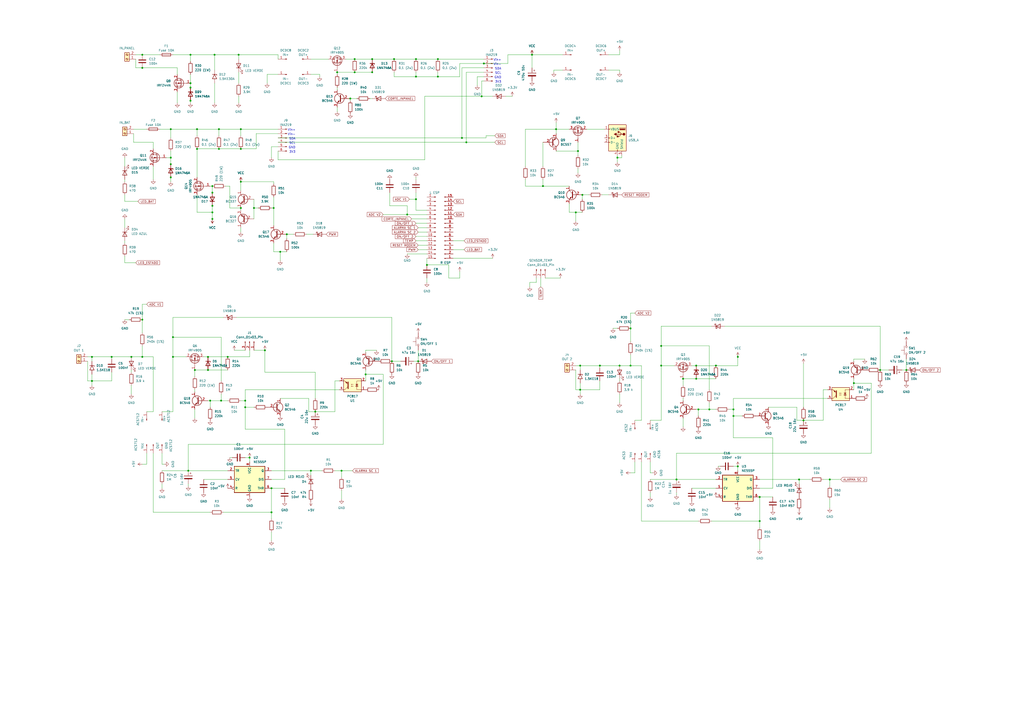
<source format=kicad_sch>
(kicad_sch (version 20230121) (generator eeschema)
  (paper "A2")
  (junction (at 99.06 74.93))
  (junction (at 403.86 212.09))
  (junction (at 425.45 241.3))
  (junction (at 110.49 50.8))
  (junction (at 120.65 214.63))
  (junction (at 110.49 31.75))
  (junction (at 396.24 219.71))
  (junction (at 236.22 124.46))
  (junction (at 227.33 209.55))
  (junction (at 427.99 207.01))
  (junction (at 267.97 80.01))
  (junction (at 53.34 220.98))
  (junction (at 166.37 135.89))
  (junction (at 525.78 214.63))
  (junction (at 142.24 236.22))
  (junction (at 383.54 212.09))
  (junction (at 215.9 41.91))
  (junction (at 205.74 41.91))
  (junction (at 228.6 34.29))
  (junction (at 336.55 226.06))
  (junction (at 337.82 113.03))
  (junction (at 215.9 34.29))
  (junction (at 440.69 302.26))
  (junction (at 203.2 57.15))
  (junction (at 99.06 91.44))
  (junction (at 157.48 283.21))
  (junction (at 198.12 273.05))
  (junction (at 123.19 111.76))
  (junction (at 99.06 95.25))
  (junction (at 415.29 212.09))
  (junction (at 411.48 237.49))
  (junction (at 157.48 297.18))
  (junction (at 463.55 278.13))
  (junction (at 195.58 41.91))
  (junction (at 139.7 74.93))
  (junction (at 139.7 105.41))
  (junction (at 82.55 31.75))
  (junction (at 365.76 190.5))
  (junction (at 241.3 115.57))
  (junction (at 153.67 203.2))
  (junction (at 425.45 237.49))
  (junction (at 336.55 212.09))
  (junction (at 241.3 34.29))
  (junction (at 440.69 288.29))
  (junction (at 403.86 219.71))
  (junction (at 466.09 243.84))
  (junction (at 280.67 36.83))
  (junction (at 139.7 120.65))
  (junction (at 495.3 222.25))
  (junction (at 383.54 200.66))
  (junction (at 82.55 39.37))
  (junction (at 64.77 207.01))
  (junction (at 123.19 127))
  (junction (at 132.08 207.01))
  (junction (at 405.13 237.49))
  (junction (at 53.34 207.01))
  (junction (at 279.4 55.88))
  (junction (at 109.22 273.05))
  (junction (at 358.14 91.44))
  (junction (at 347.98 212.09))
  (junction (at 120.65 207.01))
  (junction (at 180.34 273.05))
  (junction (at 142.24 232.41))
  (junction (at 254 44.45))
  (junction (at 138.43 31.75))
  (junction (at 182.88 238.76))
  (junction (at 100.33 195.58))
  (junction (at 127 74.93))
  (junction (at 144.78 265.43))
  (junction (at 334.01 123.19))
  (junction (at 124.46 31.75))
  (junction (at 114.3 74.93))
  (junction (at 392.43 278.13))
  (junction (at 158.75 120.65))
  (junction (at 113.03 214.63))
  (junction (at 128.27 232.41))
  (junction (at 427.99 270.51))
  (junction (at 314.96 107.95))
  (junction (at 121.92 232.41))
  (junction (at 308.61 31.75))
  (junction (at 123.19 107.95))
  (junction (at 114.3 86.36))
  (junction (at 359.41 212.09))
  (junction (at 212.09 217.17))
  (junction (at 82.55 207.01))
  (junction (at 241.3 44.45))
  (junction (at 100.33 207.01))
  (junction (at 110.49 58.42))
  (junction (at 99.06 102.87))
  (junction (at 139.7 86.36))
  (junction (at 270.51 82.55))
  (junction (at 82.55 185.42))
  (junction (at 110.49 48.26))
  (junction (at 365.76 212.09))
  (junction (at 481.33 278.13))
  (junction (at 510.54 214.63))
  (junction (at 254 34.29))
  (junction (at 205.74 34.29))
  (junction (at 162.56 146.05))
  (junction (at 127 86.36))
  (junction (at 247.65 153.67))
  (junction (at 147.32 120.65))
  (junction (at 76.2 207.01))
  (junction (at 335.28 87.63))
  (junction (at 123.19 123.19))
  (junction (at 242.57 209.55))
  (junction (at 123.19 119.38))
  (junction (at 322.58 74.93))
  (wire (pts (xy 405.13 237.49) (xy 405.13 241.3)))
  (wire (pts (xy 448.31 254) (xy 425.45 254)))
  (wire (pts (xy 195.58 43.18) (xy 195.58 41.91)))
  (wire (pts (xy 477.52 278.13) (xy 481.33 278.13)))
  (wire (pts (xy 121.92 107.95) (xy 123.19 107.95)))
  (wire (pts (xy 241.3 129.54) (xy 247.65 129.54)))
  (wire (pts (xy 334.01 212.09) (xy 336.55 212.09)))
  (wire (pts (xy 463.55 278.13) (xy 469.9 278.13)))
  (wire (pts (xy 378.46 274.32) (xy 377.19 274.32)))
  (wire (pts (xy 78.74 39.37) (xy 82.55 39.37)))
  (wire (pts (xy 161.29 31.75) (xy 161.29 34.29)))
  (wire (pts (xy 372.11 212.09) (xy 372.11 243.84)))
  (wire (pts (xy 412.75 302.26) (xy 440.69 302.26)))
  (wire (pts (xy 139.7 86.36) (xy 148.59 86.36)))
  (wire (pts (xy 214.63 57.15) (xy 215.9 57.15)))
  (wire (pts (xy 267.97 39.37) (xy 267.97 80.01)))
  (wire (pts (xy 401.32 283.21) (xy 415.29 283.21)))
  (wire (pts (xy 403.86 237.49) (xy 405.13 237.49)))
  (wire (pts (xy 162.56 146.05) (xy 166.37 146.05)))
  (wire (pts (xy 440.69 283.21) (xy 448.31 283.21)))
  (wire (pts (xy 203.2 57.15) (xy 207.01 57.15)))
  (wire (pts (xy 147.32 115.57) (xy 147.32 120.65)))
  (wire (pts (xy 440.69 306.07) (xy 440.69 302.26)))
  (wire (pts (xy 99.06 105.41) (xy 99.06 102.87)))
  (wire (pts (xy 88.9 207.01) (xy 88.9 238.76)))
  (wire (pts (xy 76.2 223.52) (xy 76.2 228.6)))
  (wire (pts (xy 124.46 48.26) (xy 124.46 59.69)))
  (wire (pts (xy 198.12 273.05) (xy 204.47 273.05)))
  (wire (pts (xy 440.69 302.26) (xy 440.69 288.29)))
  (wire (pts (xy 142.24 265.43) (xy 144.78 265.43)))
  (wire (pts (xy 228.6 41.91) (xy 228.6 44.45)))
  (wire (pts (xy 179.07 231.14) (xy 162.56 231.14)))
  (wire (pts (xy 212.09 217.17) (xy 212.09 214.63)))
  (wire (pts (xy 222.25 217.17) (xy 222.25 257.81)))
  (wire (pts (xy 110.49 43.18) (xy 110.49 48.26)))
  (wire (pts (xy 330.2 123.19) (xy 330.2 118.11)))
  (wire (pts (xy 340.36 74.93) (xy 350.52 74.93)))
  (wire (pts (xy 236.22 119.38) (xy 236.22 124.46)))
  (wire (pts (xy 198.12 284.48) (xy 198.12 289.56)))
  (wire (pts (xy 142.24 226.06) (xy 142.24 232.41)))
  (wire (pts (xy 262.89 149.86) (xy 285.75 149.86)))
  (wire (pts (xy 480.06 226.06) (xy 477.52 226.06)))
  (wire (pts (xy 336.55 226.06) (xy 336.55 228.6)))
  (wire (pts (xy 260.35 161.29) (xy 260.35 153.67)))
  (wire (pts (xy 422.91 237.49) (xy 425.45 237.49)))
  (wire (pts (xy 157.48 273.05) (xy 180.34 273.05)))
  (wire (pts (xy 100.33 238.76) (xy 93.98 238.76)))
  (wire (pts (xy 401.32 212.09) (xy 403.86 212.09)))
  (wire (pts (xy 226.06 119.38) (xy 236.22 119.38)))
  (wire (pts (xy 254 44.45) (xy 266.7 44.45)))
  (wire (pts (xy 82.55 176.53) (xy 85.09 176.53)))
  (wire (pts (xy 110.49 58.42) (xy 110.49 59.69)))
  (wire (pts (xy 113.03 214.63) (xy 113.03 218.44)))
  (wire (pts (xy 72.39 96.52) (xy 72.39 91.44)))
  (wire (pts (xy 121.92 297.18) (xy 88.9 297.18)))
  (wire (pts (xy 425.45 231.14) (xy 425.45 237.49)))
  (wire (pts (xy 100.33 195.58) (xy 100.33 207.01)))
  (wire (pts (xy 349.25 113.03) (xy 353.06 113.03)))
  (wire (pts (xy 194.31 220.98) (xy 194.31 238.76)))
  (wire (pts (xy 133.35 120.65) (xy 133.35 107.95)))
  (wire (pts (xy 359.41 41.91) (xy 359.41 40.64)))
  (wire (pts (xy 82.55 39.37) (xy 102.87 39.37)))
  (wire (pts (xy 347.98 212.09) (xy 359.41 212.09)))
  (wire (pts (xy 266.7 161.29) (xy 266.7 157.48)))
  (wire (pts (xy 359.41 219.71) (xy 359.41 220.98)))
  (wire (pts (xy 53.34 220.98) (xy 53.34 223.52)))
  (wire (pts (xy 241.3 44.45) (xy 254 44.45)))
  (wire (pts (xy 304.8 74.93) (xy 322.58 74.93)))
  (wire (pts (xy 165.1 248.92) (xy 142.24 248.92)))
  (wire (pts (xy 110.49 31.75) (xy 110.49 35.56)))
  (wire (pts (xy 158.75 105.41) (xy 158.75 106.68)))
  (wire (pts (xy 416.56 270.51) (xy 417.83 270.51)))
  (wire (pts (xy 505.46 262.89) (xy 392.43 262.89)))
  (wire (pts (xy 336.55 214.63) (xy 336.55 212.09)))
  (wire (pts (xy 241.3 111.76) (xy 241.3 115.57)))
  (wire (pts (xy 411.48 237.49) (xy 405.13 237.49)))
  (wire (pts (xy 396.24 219.71) (xy 396.24 223.52)))
  (wire (pts (xy 158.75 114.3) (xy 158.75 120.65)))
  (wire (pts (xy 440.69 313.69) (xy 440.69 318.77)))
  (wire (pts (xy 195.58 64.77) (xy 195.58 62.23)))
  (wire (pts (xy 161.29 92.71) (xy 161.29 87.63)))
  (wire (pts (xy 495.3 222.25) (xy 495.3 219.71)))
  (wire (pts (xy 110.49 31.75) (xy 124.46 31.75)))
  (wire (pts (xy 270.51 82.55) (xy 287.02 82.55)))
  (wire (pts (xy 215.9 34.29) (xy 228.6 34.29)))
  (wire (pts (xy 466.09 210.82) (xy 466.09 236.22)))
  (wire (pts (xy 194.31 238.76) (xy 182.88 238.76)))
  (wire (pts (xy 396.24 219.71) (xy 403.86 219.71)))
  (wire (pts (xy 241.3 121.92) (xy 247.65 121.92)))
  (wire (pts (xy 241.3 139.7) (xy 247.65 139.7)))
  (wire (pts (xy 99.06 91.44) (xy 99.06 95.25)))
  (wire (pts (xy 335.28 97.79) (xy 335.28 100.33)))
  (wire (pts (xy 304.8 104.14) (xy 304.8 107.95)))
  (wire (pts (xy 360.68 91.44) (xy 358.14 91.44)))
  (wire (pts (xy 279.4 55.88) (xy 285.75 55.88)))
  (wire (pts (xy 144.78 207.01) (xy 132.08 207.01)))
  (wire (pts (xy 138.43 59.69) (xy 138.43 55.88)))
  (wire (pts (xy 240.03 209.55) (xy 242.57 209.55)))
  (wire (pts (xy 82.55 200.66) (xy 82.55 207.01)))
  (wire (pts (xy 247.65 161.29) (xy 247.65 163.83)))
  (wire (pts (xy 360.68 90.17) (xy 360.68 91.44)))
  (wire (pts (xy 246.38 92.71) (xy 246.38 55.88)))
  (wire (pts (xy 294.64 31.75) (xy 294.64 36.83)))
  (wire (pts (xy 82.55 185.42) (xy 82.55 193.04)))
  (wire (pts (xy 523.24 214.63) (xy 525.78 214.63)))
  (wire (pts (xy 359.41 31.75) (xy 359.41 29.21)))
  (wire (pts (xy 161.29 85.09) (xy 157.48 85.09)))
  (wire (pts (xy 114.3 74.93) (xy 114.3 78.74)))
  (wire (pts (xy 336.55 226.06) (xy 336.55 222.25)))
  (wire (pts (xy 72.39 140.97) (xy 72.39 139.7)))
  (wire (pts (xy 293.37 55.88) (xy 297.18 55.88)))
  (wire (pts (xy 138.43 31.75) (xy 161.29 31.75)))
  (wire (pts (xy 194.31 273.05) (xy 198.12 273.05)))
  (wire (pts (xy 180.34 34.29) (xy 190.5 34.29)))
  (wire (pts (xy 53.34 220.98) (xy 64.77 220.98)))
  (wire (pts (xy 222.25 217.17) (xy 212.09 217.17)))
  (wire (pts (xy 158.75 146.05) (xy 158.75 140.97)))
  (wire (pts (xy 114.3 102.87) (xy 114.3 86.36)))
  (wire (pts (xy 82.55 31.75) (xy 92.71 31.75)))
  (wire (pts (xy 182.88 215.9) (xy 182.88 231.14)))
  (wire (pts (xy 279.4 46.99) (xy 279.4 55.88)))
  (wire (pts (xy 359.41 212.09) (xy 365.76 212.09)))
  (wire (pts (xy 128.27 228.6) (xy 128.27 232.41)))
  (wire (pts (xy 266.7 36.83) (xy 266.7 44.45)))
  (wire (pts (xy 246.38 55.88) (xy 279.4 55.88)))
  (wire (pts (xy 158.75 120.65) (xy 158.75 130.81)))
  (wire (pts (xy 148.59 77.47) (xy 148.59 86.36)))
  (wire (pts (xy 50.8 209.55) (xy 50.8 220.98)))
  (wire (pts (xy 102.87 39.37) (xy 102.87 43.18)))
  (wire (pts (xy 358.14 190.5) (xy 355.6 190.5)))
  (wire (pts (xy 74.93 185.42) (xy 72.39 185.42)))
  (wire (pts (xy 138.43 31.75) (xy 138.43 34.29)))
  (wire (pts (xy 179.07 231.14) (xy 179.07 238.76)))
  (wire (pts (xy 64.77 215.9) (xy 64.77 220.98)))
  (wire (pts (xy 77.47 74.93) (xy 85.09 74.93)))
  (wire (pts (xy 262.89 139.7) (xy 269.24 139.7)))
  (wire (pts (xy 427.99 207.01) (xy 427.99 212.09)))
  (wire (pts (xy 161.29 92.71) (xy 246.38 92.71)))
  (wire (pts (xy 347.98 220.98) (xy 347.98 226.06)))
  (wire (pts (xy 383.54 243.84) (xy 377.19 243.84)))
  (wire (pts (xy 335.28 87.63) (xy 335.28 90.17)))
  (wire (pts (xy 113.03 227.33) (xy 113.03 226.06)))
  (wire (pts (xy 142.24 236.22) (xy 142.24 232.41)))
  (wire (pts (xy 133.35 120.65) (xy 139.7 120.65)))
  (wire (pts (xy 307.34 163.83) (xy 307.34 166.37)))
  (wire (pts (xy 242.57 144.78) (xy 247.65 144.78)))
  (wire (pts (xy 254 34.29) (xy 280.67 34.29)))
  (wire (pts (xy 76.2 214.63) (xy 76.2 215.9)))
  (wire (pts (xy 72.39 113.03) (xy 72.39 116.84)))
  (wire (pts (xy 322.58 74.93) (xy 322.58 77.47)))
  (wire (pts (xy 314.96 107.95) (xy 314.96 104.14)))
  (wire (pts (xy 139.7 120.65) (xy 139.7 121.92)))
  (wire (pts (xy 335.28 82.55) (xy 335.28 87.63)))
  (wire (pts (xy 280.67 46.99) (xy 279.4 46.99)))
  (wire (pts (xy 133.35 265.43) (xy 134.62 265.43)))
  (wire (pts (xy 212.09 203.2) (xy 218.44 203.2)))
  (wire (pts (xy 137.16 184.15) (xy 227.33 184.15)))
  (wire (pts (xy 336.55 226.06) (xy 347.98 226.06)))
  (wire (pts (xy 481.33 278.13) (xy 487.68 278.13)))
  (wire (pts (xy 427.99 205.74) (xy 427.99 207.01)))
  (wire (pts (xy 280.67 39.37) (xy 267.97 39.37)))
  (wire (pts (xy 205.74 34.29) (xy 215.9 34.29)))
  (wire (pts (xy 72.39 148.59) (xy 72.39 152.4)))
  (wire (pts (xy 322.58 87.63) (xy 335.28 87.63)))
  (wire (pts (xy 96.52 91.44) (xy 99.06 91.44)))
  (wire (pts (xy 99.06 74.93) (xy 114.3 74.93)))
  (wire (pts (xy 157.48 300.99) (xy 157.48 297.18)))
  (wire (pts (xy 85.09 262.89) (xy 85.09 269.24)))
  (wire (pts (xy 100.33 207.01) (xy 107.95 207.01)))
  (wire (pts (xy 405.13 302.26) (xy 372.11 302.26)))
  (wire (pts (xy 495.3 226.06) (xy 495.3 222.25)))
  (wire (pts (xy 425.45 231.14) (xy 480.06 231.14)))
  (wire (pts (xy 334.01 123.19) (xy 334.01 128.27)))
  (wire (pts (xy 50.8 207.01) (xy 53.34 207.01)))
  (wire (pts (xy 154.94 43.18) (xy 161.29 43.18)))
  (wire (pts (xy 195.58 50.8) (xy 195.58 52.07)))
  (wire (pts (xy 78.74 31.75) (xy 82.55 31.75)))
  (wire (pts (xy 123.19 119.38) (xy 123.19 123.19)))
  (wire (pts (xy 304.8 96.52) (xy 304.8 74.93)))
  (wire (pts (xy 161.29 82.55) (xy 270.51 82.55)))
  (wire (pts (xy 165.1 283.21) (xy 157.48 283.21)))
  (wire (pts (xy 304.8 107.95) (xy 314.96 107.95)))
  (wire (pts (xy 64.77 207.01) (xy 64.77 208.28)))
  (wire (pts (xy 88.9 82.55) (xy 88.9 86.36)))
  (wire (pts (xy 121.92 232.41) (xy 121.92 236.22)))
  (wire (pts (xy 88.9 238.76) (xy 85.09 238.76)))
  (wire (pts (xy 377.19 267.97) (xy 377.19 274.32)))
  (wire (pts (xy 383.54 212.09) (xy 383.54 243.84)))
  (wire (pts (xy 109.22 281.94) (xy 109.22 280.67)))
  (wire (pts (xy 100.33 207.01) (xy 100.33 238.76)))
  (wire (pts (xy 72.39 105.41) (xy 72.39 104.14)))
  (wire (pts (xy 77.47 82.55) (xy 88.9 82.55)))
  (wire (pts (xy 99.06 74.93) (xy 99.06 80.01)))
  (wire (pts (xy 359.41 228.6) (xy 359.41 233.68)))
  (wire (pts (xy 88.9 262.89) (xy 88.9 297.18)))
  (wire (pts (xy 100.33 184.15) (xy 100.33 195.58)))
  (wire (pts (xy 120.65 214.63) (xy 132.08 214.63)))
  (wire (pts (xy 337.82 113.03) (xy 341.63 113.03)))
  (wire (pts (xy 147.32 120.65) (xy 149.86 120.65)))
  (wire (pts (xy 53.34 209.55) (xy 53.34 207.01)))
  (wire (pts (xy 316.23 161.29) (xy 325.12 161.29)))
  (wire (pts (xy 267.97 80.01) (xy 281.94 80.01)))
  (wire (pts (xy 510.54 214.63) (xy 515.62 214.63)))
  (wire (pts (xy 198.12 276.86) (xy 198.12 273.05)))
  (wire (pts (xy 226.06 111.76) (xy 226.06 119.38)))
  (wire (pts (xy 365.76 205.74) (xy 365.76 212.09)))
  (wire (pts (xy 158.75 146.05) (xy 162.56 146.05)))
  (wire (pts (xy 165.1 278.13) (xy 165.1 248.92)))
  (wire (pts (xy 372.11 212.09) (xy 365.76 212.09)))
  (wire (pts (xy 139.7 105.41) (xy 139.7 110.49)))
  (wire (pts (xy 142.24 226.06) (xy 196.85 226.06)))
  (wire (pts (xy 276.86 44.45) (xy 276.86 49.53)))
  (wire (pts (xy 383.54 189.23) (xy 412.75 189.23)))
  (wire (pts (xy 241.3 115.57) (xy 241.3 121.92)))
  (wire (pts (xy 307.34 163.83) (xy 311.15 163.83)))
  (wire (pts (xy 477.52 226.06) (xy 477.52 243.84)))
  (wire (pts (xy 505.46 222.25) (xy 505.46 262.89)))
  (wire (pts (xy 365.76 190.5) (xy 365.76 198.12)))
  (wire (pts (xy 495.3 208.28) (xy 501.65 208.28)))
  (wire (pts (xy 157.48 308.61) (xy 157.48 313.69)))
  (wire (pts (xy 241.3 104.14) (xy 241.3 102.87)))
  (wire (pts (xy 123.19 123.19) (xy 123.19 127)))
  (wire (pts (xy 411.48 233.68) (xy 411.48 237.49)))
  (wire (pts (xy 262.89 144.78) (xy 269.24 144.78)))
  (wire (pts (xy 114.3 123.19) (xy 123.19 123.19)))
  (wire (pts (xy 123.19 111.76) (xy 123.19 107.95)))
  (wire (pts (xy 411.48 237.49) (xy 415.29 237.49)))
  (wire (pts (xy 133.35 107.95) (xy 130.81 107.95)))
  (wire (pts (xy 88.9 207.01) (xy 82.55 207.01)))
  (wire (pts (xy 177.8 135.89) (xy 181.61 135.89)))
  (wire (pts (xy 179.07 238.76) (xy 182.88 238.76)))
  (wire (pts (xy 166.37 135.89) (xy 170.18 135.89)))
  (wire (pts (xy 144.78 203.2) (xy 144.78 207.01)))
  (wire (pts (xy 383.54 200.66) (xy 411.48 200.66)))
  (wire (pts (xy 153.67 203.2) (xy 153.67 215.9)))
  (wire (pts (xy 308.61 31.75) (xy 294.64 31.75)))
  (wire (pts (xy 336.55 212.09) (xy 347.98 212.09)))
  (wire (pts (xy 330.2 123.19) (xy 334.01 123.19)))
  (wire (pts (xy 161.29 80.01) (xy 267.97 80.01)))
  (wire (pts (xy 127 74.93) (xy 127 78.74)))
  (wire (pts (xy 120.65 232.41) (xy 121.92 232.41)))
  (wire (pts (xy 92.71 74.93) (xy 99.06 74.93)))
  (wire (pts (xy 281.94 78.74) (xy 281.94 80.01)))
  (wire (pts (xy 180.34 273.05) (xy 180.34 275.59)))
  (wire (pts (xy 330.2 107.95) (xy 314.96 107.95)))
  (wire (pts (xy 368.3 274.32) (xy 365.76 274.32)))
  (wire (pts (xy 321.31 40.64) (xy 321.31 41.91)))
  (wire (pts (xy 72.39 116.84) (xy 80.01 116.84)))
  (wire (pts (xy 144.78 265.43) (xy 144.78 267.97)))
  (wire (pts (xy 166.37 135.89) (xy 166.37 138.43)))
  (wire (pts (xy 314.96 82.55) (xy 314.96 96.52)))
  (wire (pts (xy 78.74 34.29) (xy 78.74 39.37)))
  (wire (pts (xy 180.34 273.05) (xy 186.69 273.05)))
  (wire (pts (xy 372.11 243.84) (xy 368.3 243.84)))
  (wire (pts (xy 113.03 214.63) (xy 120.65 214.63)))
  (wire (pts (xy 427.99 212.09) (xy 415.29 212.09)))
  (wire (pts (xy 242.57 134.62) (xy 247.65 134.62)))
  (wire (pts (xy 365.76 181.61) (xy 365.76 190.5)))
  (wire (pts (xy 242.57 132.08) (xy 247.65 132.08)))
  (wire (pts (xy 153.67 215.9) (xy 182.88 215.9)))
  (wire (pts (xy 353.06 40.64) (xy 359.41 40.64)))
  (wire (pts (xy 139.7 232.41) (xy 142.24 232.41)))
  (wire (pts (xy 372.11 267.97) (xy 372.11 302.26)))
  (wire (pts (xy 135.89 203.2) (xy 142.24 203.2)))
  (wire (pts (xy 95.25 269.24) (xy 93.98 269.24)))
  (wire (pts (xy 124.46 40.64) (xy 124.46 31.75)))
  (wire (pts (xy 377.19 278.13) (xy 392.43 278.13)))
  (wire (pts (xy 109.22 257.81) (xy 109.22 273.05)))
  (wire (pts (xy 241.3 34.29) (xy 254 34.29)))
  (wire (pts (xy 77.47 77.47) (xy 77.47 82.55)))
  (wire (pts (xy 425.45 241.3) (xy 425.45 254)))
  (wire (pts (xy 462.28 236.22) (xy 462.28 243.84)))
  (wire (pts (xy 102.87 53.34) (xy 102.87 59.69)))
  (wire (pts (xy 93.98 280.67) (xy 93.98 283.21)))
  (wire (pts (xy 396.24 232.41) (xy 396.24 231.14)))
  (wire (pts (xy 440.69 278.13) (xy 463.55 278.13)))
  (wire (pts (xy 353.06 31.75) (xy 359.41 31.75)))
  (wire (pts (xy 162.56 146.05) (xy 162.56 151.13)))
  (wire (pts (xy 228.6 44.45) (xy 241.3 44.45)))
  (wire (pts (xy 238.76 127) (xy 247.65 127)))
  (wire (pts (xy 308.61 31.75) (xy 308.61 39.37)))
  (wire (pts (xy 236.22 124.46) (xy 247.65 124.46)))
  (wire (pts (xy 114.3 74.93) (xy 127 74.93)))
  (wire (pts (xy 396.24 242.57) (xy 396.24 247.65)))
  (wire (pts (xy 383.54 212.09) (xy 391.16 212.09)))
  (wire (pts (xy 72.39 152.4) (xy 78.74 152.4)))
  (wire (pts (xy 114.3 86.36) (xy 127 86.36)))
  (wire (pts (xy 425.45 270.51) (xy 427.99 270.51)))
  (wire (pts (xy 270.51 41.91) (xy 270.51 82.55)))
  (wire (pts (xy 481.33 289.56) (xy 481.33 294.64)))
  (wire (pts (xy 365.76 181.61) (xy 368.3 181.61)))
  (wire (pts (xy 50.8 220.98) (xy 53.34 220.98)))
  (wire (pts (xy 88.9 96.52) (xy 88.9 104.14)))
  (wire (pts (xy 124.46 31.75) (xy 138.43 31.75)))
  (wire (pts (xy 138.43 41.91) (xy 138.43 48.26)))
  (wire (pts (xy 347.98 212.09) (xy 347.98 213.36)))
  (wire (pts (xy 185.42 43.18) (xy 185.42 44.45)))
  (wire (pts (xy 260.35 153.67) (xy 247.65 153.67)))
  (wire (pts (xy 510.54 189.23) (xy 510.54 214.63)))
  (wire (pts (xy 127 86.36) (xy 139.7 86.36)))
  (wire (pts (xy 448.31 283.21) (xy 448.31 254)))
  (wire (pts (xy 462.28 243.84) (xy 466.09 243.84)))
  (wire (pts (xy 311.15 163.83) (xy 311.15 161.29)))
  (wire (pts (xy 212.09 204.47) (xy 212.09 203.2)))
  (wire (pts (xy 222.25 257.81) (xy 109.22 257.81)))
  (wire (pts (xy 139.7 105.41) (xy 158.75 105.41)))
  (wire (pts (xy 110.49 48.26) (xy 110.49 50.8)))
  (wire (pts (xy 129.54 297.18) (xy 157.48 297.18)))
  (wire (pts (xy 113.03 237.49) (xy 113.03 242.57)))
  (wire (pts (xy 195.58 41.91) (xy 205.74 41.91)))
  (wire (pts (xy 128.27 232.41) (xy 121.92 232.41)))
  (wire (pts (xy 280.67 41.91) (xy 270.51 41.91)))
  (wire (pts (xy 281.94 78.74) (xy 287.02 78.74)))
  (wire (pts (xy 481.33 281.94) (xy 481.33 278.13)))
  (wire (pts (xy 495.3 209.55) (xy 495.3 208.28)))
  (wire (pts (xy 157.48 297.18) (xy 157.48 283.21)))
  (wire (pts (xy 180.34 43.18) (xy 185.42 43.18)))
  (wire (pts (xy 377.19 285.75) (xy 377.19 288.29)))
  (wire (pts (xy 85.09 269.24) (xy 82.55 269.24)))
  (wire (pts (xy 161.29 77.47) (xy 148.59 77.47)))
  (wire (pts (xy 139.7 74.93) (xy 139.7 78.74)))
  (wire (pts (xy 368.3 267.97) (xy 368.3 274.32)))
  (wire (pts (xy 392.43 287.02) (xy 392.43 285.75)))
  (wire (pts (xy 118.11 207.01) (xy 120.65 207.01)))
  (wire (pts (xy 128.27 220.98) (xy 128.27 195.58)))
  (wire (pts (xy 128.27 232.41) (xy 132.08 232.41)))
  (wire (pts (xy 358.14 90.17) (xy 358.14 91.44)))
  (wire (pts (xy 334.01 123.19) (xy 337.82 123.19)))
  (wire (pts (xy 139.7 132.08) (xy 139.7 134.62)))
  (wire (pts (xy 254 41.91) (xy 254 44.45)))
  (wire (pts (xy 358.14 91.44) (xy 358.14 93.98)))
  (wire (pts (xy 100.33 31.75) (xy 110.49 31.75)))
  (wire (pts (xy 420.37 189.23) (xy 510.54 189.23)))
  (wire (pts (xy 392.43 262.89) (xy 392.43 278.13)))
  (wire (pts (xy 139.7 74.93) (xy 161.29 74.93)))
  (wire (pts (xy 334.01 226.06) (xy 336.55 226.06)))
  (wire (pts (xy 383.54 189.23) (xy 383.54 200.66)))
  (wire (pts (xy 120.65 207.01) (xy 132.08 207.01)))
  (wire (pts (xy 157.48 85.09) (xy 157.48 91.44)))
  (wire (pts (xy 462.28 236.22) (xy 445.77 236.22)))
  (wire (pts (xy 427.99 270.51) (xy 427.99 273.05)))
  (wire (pts (xy 308.61 31.75) (xy 326.39 31.75)))
  (wire (pts (xy 82.55 176.53) (xy 82.55 185.42)))
  (wire (pts (xy 334.01 214.63) (xy 334.01 226.06)))
  (wire (pts (xy 76.2 207.01) (xy 82.55 207.01)))
  (wire (pts (xy 242.57 209.55) (xy 242.57 203.2)))
  (wire (pts (xy 313.69 161.29) (xy 313.69 166.37)))
  (wire (pts (xy 212.09 220.98) (xy 212.09 217.17)))
  (wire (pts (xy 158.75 120.65) (xy 157.48 120.65)))
  (wire (pts (xy 392.43 278.13) (xy 415.29 278.13)))
  (wire (pts (xy 403.86 212.09) (xy 415.29 212.09)))
  (wire (pts (xy 228.6 34.29) (xy 241.3 34.29)))
  (wire (pts (xy 425.45 241.3) (xy 425.45 237.49)))
  (wire (pts (xy 403.86 219.71) (xy 415.29 219.71)))
  (wire (pts (xy 114.3 113.03) (xy 114.3 123.19)))
  (wire (pts (xy 53.34 220.98) (xy 53.34 217.17)))
  (wire (pts (xy 53.34 207.01) (xy 64.77 207.01)))
  (wire (pts (xy 383.54 200.66) (xy 383.54 212.09)))
  (wire (pts (xy 276.86 44.45) (xy 280.67 44.45)))
  (wire (pts (xy 236.22 147.32) (xy 247.65 147.32)))
  (wire (pts (xy 237.49 115.57) (xy 241.3 115.57)))
  (wire (pts (xy 157.48 278.13) (xy 165.1 278.13)))
  (wire (pts (xy 147.32 120.65) (xy 147.32 127)))
  (wire (pts (xy 260.35 161.29) (xy 266.7 161.29)))
  (wire (pts (xy 463.55 278.13) (xy 463.55 280.67)))
  (wire (pts (xy 100.33 184.15) (xy 129.54 184.15)))
  (wire (pts (xy 64.77 207.01) (xy 76.2 207.01)))
  (wire (pts (xy 525.78 214.63) (xy 525.78 208.28)))
  (wire (pts (xy 326.39 40.64) (xy 321.31 40.64)))
  (wire (pts (xy 241.3 41.91) (xy 241.3 44.45)))
  (wire (pts (xy 322.58 74.93) (xy 322.58 71.12)))
  (wire (pts (xy 93.98 273.05) (xy 109.22 273.05)))
  (wire (pts (xy 99.06 87.63) (xy 99.06 91.44)))
  (wire (pts (xy 154.94 43.18) (xy 154.94 48.26)))
  (wire (pts (xy 100.33 195.58) (xy 128.27 195.58)))
  (wire (pts (xy 242.57 142.24) (xy 247.65 142.24)))
  (wire (pts (xy 142.24 236.22) (xy 142.24 248.92)))
  (wire (pts (xy 147.32 203.2) (xy 153.67 203.2)))
  (wire (pts (xy 411.48 226.06) (xy 411.48 200.66)))
  (wire (pts (xy 247.65 149.86) (xy 247.65 153.67)))
  (wire (pts (xy 280.67 36.83) (xy 294.64 36.83)))
  (wire (pts (xy 322.58 74.93) (xy 330.2 74.93)))
  (wire (pts (xy 241.3 137.16) (xy 247.65 137.16)))
  (wire (pts (xy 227.33 184.15) (xy 227.33 209.55)))
  (wire (pts (xy 266.7 36.83) (xy 280.67 36.83)))
  (wire (pts (xy 425.45 241.3) (xy 430.53 241.3)))
  (wire (pts (xy 127 74.93) (xy 139.7 74.93)))
  (wire (pts (xy 203.2 57.15) (xy 203.2 58.42)))
  (wire (pts (xy 109.22 273.05) (xy 132.08 273.05)))
  (wire (pts (xy 72.39 132.08) (xy 72.39 127)))
  (wire (pts (xy 200.66 34.29) (xy 205.74 34.29)))
  (wire (pts (xy 118.11 278.13) (xy 132.08 278.13)))
  (wire (pts (xy 227.33 209.55) (xy 232.41 209.55)))
  (wire (pts (xy 222.25 124.46) (xy 236.22 124.46)))
  (wire (pts (xy 337.82 113.03) (xy 337.82 115.57)))
  (wire (pts (xy 196.85 220.98) (xy 194.31 220.98)))
  (wire (pts (xy 93.98 262.89) (xy 93.98 269.24)))
  (wire (pts (xy 477.52 243.84) (xy 466.09 243.84)))
  (wire (pts (xy 448.31 288.29) (xy 440.69 288.29)))
  (wire (pts (xy 205.74 41.91) (xy 215.9 41.91)))
  (wire (pts (xy 142.24 236.22) (xy 147.32 236.22)))
  (wire (pts (xy 505.46 222.25) (xy 495.3 222.25)))
  (text "3V3" (at 171.45 88.9 0) (effects (font (size 1.27 1.27)) (justify right bottom)))
  (text "3V3" (at 290.83 48.26 0) (effects (font (size 1.27 1.27)) (justify right bottom)))
  (text "GND" (at 171.45 86.36 0) (effects (font (size 1.27 1.27)) (justify right bottom)))
  (text "SCL" (at 290.83 43.18 0) (effects (font (size 1.27 1.27)) (justify right bottom)))
  (text "Vin+" (at 290.83 35.56 0) (effects (font (size 1.27 1.27)) (justify right bottom)))
  (text "GND" (at 290.83 45.72 0) (effects (font (size 1.27 1.27)) (justify right bottom)))
  (text "SDA" (at 171.45 81.28 0) (effects (font (size 1.27 1.27)) (justify right bottom)))
  (text "SCL" (at 171.45 83.82 0) (effects (font (size 1.27 1.27)) (justify right bottom)))
  (text "Vin+" (at 171.45 76.2 0) (effects (font (size 1.27 1.27)) (justify right bottom)))
  (text "Vin-" (at 171.45 78.74 0) (effects (font (size 1.27 1.27)) (justify right bottom)))
  (text "SDA" (at 290.83 40.64 0) (effects (font (size 1.27 1.27)) (justify right bottom)))
  (text "Vin-" (at 290.83 38.1 0) (effects (font (size 1.27 1.27)) (justify right bottom)))
  (global_label "LED_ESTADO" (shape input) (at 78.74 152.4 0) (property "Intersheetrefs" "${INTERSHEET_REFS}" (effects hide)))
  (global_label "LED_ESTADO" (shape input) (at 269.24 139.7 0) (property "Intersheetrefs" "${INTERSHEET_REFS}" (effects hide)))
  (global_label "SDA" (shape input) (at 262.89 124.46 0) (property "Intersheetrefs" "${INTERSHEET_REFS}" (effects hide)))
  (global_label "SCL" (shape input) (at 287.02 82.55 0) (property "Intersheetrefs" "${INTERSHEET_REFS}" (effects hide)))
  (global_label "CORTE_INPANEL" (shape input) (at 223.52 57.15 0) (property "Intersheetrefs" "${INTERSHEET_REFS}" (effects hide)))
  (global_label "PWM" (shape input) (at 242.57 144.78 180) (property "Intersheetrefs" "${INTERSHEET_REFS}" (effects hide)))
  (global_label "RESET MODEM" (shape input) (at 242.57 142.24 180) (property "Intersheetrefs" "${INTERSHEET_REFS}" (effects hide)))
  (global_label "ON{slash}OFF 1" (shape input) (at 250.19 209.55 0) (property "Intersheetrefs" "${INTERSHEET_REFS}" (effects hide)))
  (global_label "RESET MODEM" (shape input) (at 360.68 113.03 0) (property "Intersheetrefs" "${INTERSHEET_REFS}" (effects hide)))
  (global_label "ALARMA SC 2" (shape input) (at 487.68 278.13 0) (property "Intersheetrefs" "${INTERSHEET_REFS}" (effects hide)))
  (global_label "SDA" (shape input) (at 287.02 78.74 0) (property "Intersheetrefs" "${INTERSHEET_REFS}" (effects hide)))
  (global_label "CORTE_INPANEL" (shape input) (at 238.76 127 180) (property "Intersheetrefs" "${INTERSHEET_REFS}" (effects hide)))
  (global_label "PWM" (shape input) (at 189.23 135.89 0) (property "Intersheetrefs" "${INTERSHEET_REFS}" (effects hide)))
  (global_label "ADC V1" (shape input) (at 237.49 115.57 180) (property "Intersheetrefs" "${INTERSHEET_REFS}" (effects hide)))
  (global_label "ADC V1" (shape input) (at 85.09 176.53 0) (property "Intersheetrefs" "${INTERSHEET_REFS}" (effects hide)))
  (global_label "SCL" (shape input) (at 262.89 116.84 0) (property "Intersheetrefs" "${INTERSHEET_REFS}" (effects hide)))
  (global_label "ON{slash}OFF 2" (shape input) (at 241.3 137.16 180) (property "Intersheetrefs" "${INTERSHEET_REFS}" (effects hide)))
  (global_label "ON{slash}OFF 2" (shape input) (at 533.4 214.63 0) (property "Intersheetrefs" "${INTERSHEET_REFS}" (effects hide)))
  (global_label "LED_BAT" (shape input) (at 80.01 116.84 0) (property "Intersheetrefs" "${INTERSHEET_REFS}" (effects hide)))
  (global_label "ADC V2" (shape input) (at 222.25 124.46 180) (property "Intersheetrefs" "${INTERSHEET_REFS}" (effects hide)))
  (global_label "LED_BAT" (shape input) (at 269.24 144.78 0) (property "Intersheetrefs" "${INTERSHEET_REFS}" (effects hide)))
  (global_label "ADC V2" (shape input) (at 368.3 181.61 0) (property "Intersheetrefs" "${INTERSHEET_REFS}" (effects hide)))
  (global_label "TEMP" (shape input) (at 313.69 166.37 270) (property "Intersheetrefs" "${INTERSHEET_REFS}" (effects hide)))
  (global_label "ON{slash}OFF 1" (shape input) (at 241.3 129.54 180) (property "Intersheetrefs" "${INTERSHEET_REFS}" (effects hide)))
  (global_label "ALARMA SC 1" (shape input) (at 242.57 132.08 180) (property "Intersheetrefs" "${INTERSHEET_REFS}" (effects hide)))
  (global_label "ALARMA SC 1" (shape input) (at 204.47 273.05 0) (property "Intersheetrefs" "${INTERSHEET_REFS}" (effects hide)))
  (global_label "ALARMA SC 2" (shape input) (at 242.57 134.62 180) (property "Intersheetrefs" "${INTERSHEET_REFS}" (effects hide)))
  (global_label "TEMP" (shape input) (at 241.3 139.7 180) (property "Intersheetrefs" "${INTERSHEET_REFS}" (effects hide)))
  (symbol (lib_id "Device:C") (at 421.64 270.51 90) (unit 1)
    (property "Reference" "C16" (at 421.64 262.89 90))
    (property "Value" "100nf" (at 421.64 265.43 90))
    (property "Footprint" "Capacitor_THT:C_Axial_L5.1mm_D3.1mm_P7.50mm_Horizontal" (effects hide))
  )
  (symbol (lib_id "Device:C") (at 64.77 212.09 180) (unit 1)
    (property "Reference" "C5" (at 68.58 210.82 0) (effects (justify right)))
    (property "Value" "100nf" (at 68.58 213.36 0) (effects (justify right)))
    (property "Footprint" "Capacitor_THT:C_Axial_L5.1mm_D3.1mm_P7.50mm_Horizontal" (effects hide))
  )
  (symbol (lib_id "Transistor_BJT:BC337") (at 142.24 115.57 0) (mirror y) (unit 1)
    (property "Reference" "Q15" (at 137.16 114.3 0) (effects (justify left)))
    (property "Value" "BC337" (at 137.16 116.84 0) (effects (justify left)))
    (property "Footprint" "Package_TO_SOT_THT:TO-92_Inline" (effects hide))
    (property "Datasheet" "https://diotec.com/tl_files/diotec/files/pdf/datasheets/bc337.pdf" (effects hide))
  )
  (symbol (lib_id "power:GND") (at 185.42 44.45 0) (unit 1)
    (property "Reference" "#PWR066" (effects hide))
    (property "Value" "GND" (at 185.42 49.53 0))
  )
  (symbol (lib_id "Device:R") (at 153.67 120.65 90) (unit 1)
    (property "Reference" "R50" (at 153.67 114.3 90))
    (property "Value" "3.9K" (at 153.67 116.84 90))
    (property "Footprint" "Resistor_THT:R_Axial_DIN0207_L6.3mm_D2.5mm_P2.54mm_Vertical" (effects hide))
  )
  (symbol (lib_id "power:+5V") (at 242.57 193.04 0) (unit 1)
    (property "Reference" "#PWR010" (effects hide))
    (property "Value" "+5V" (at 242.57 187.96 0))
  )
  (symbol (lib_id "power:+5V") (at 180.34 290.83 180) (unit 1)
    (property "Reference" "#PWR03" (effects hide))
    (property "Value" "+5V" (at 180.34 295.91 0))
  )
  (symbol (lib_id "Connector:Conn_01x06_Pin") (at 166.37 80.01 0) (mirror y) (unit 1)
    (property "Reference" "J9" (at 165.735 69.85 0))
    (property "Value" "INA219" (at 165.735 72.39 0))
    (property "Footprint" "Connector_PinSocket_2.54mm:PinSocket_1x06_P2.54mm_Vertical" (effects hide))
  )
  (symbol (lib_id "Device:R") (at 314.96 100.33 180) (unit 1)
    (property "Reference" "R27" (at 317.5 99.06 0) (effects (justify right)))
    (property "Value" "10k" (at 317.5 101.6 0) (effects (justify right)))
    (property "Footprint" "Resistor_THT:R_Axial_DIN0207_L6.3mm_D2.5mm_P2.54mm_Vertical" (effects hide))
  )
  (symbol (lib_id "Switch:SW_Push") (at 242.57 198.12 90) (unit 1)
    (property "Reference" "SW4" (at 243.84 196.85 90) (effects (justify right)))
    (property "Value" "ON/OFF 1" (at 243.84 199.39 90) (effects (justify right)))
    (property "Footprint" "Button_Switch_SMD:SW_SPST_CK_RS282G05A3" (effects hide))
  )
  (symbol (lib_id "power:+5V") (at 322.58 71.12 0) (unit 1)
    (property "Reference" "#PWR045" (effects hide))
    (property "Value" "+5V" (at 322.58 66.04 0))
  )
  (symbol (lib_id "Device:R") (at 415.29 215.9 0) (unit 1)
    (property "Reference" "R44" (at 417.83 214.63 0) (effects (justify left)))
    (property "Value" "220k" (at 417.83 217.17 0) (effects (justify left)))
    (property "Footprint" "Resistor_THT:R_Axial_DIN0207_L6.3mm_D2.5mm_P2.54mm_Vertical" (effects hide))
  )
  (symbol (lib_id "power:GND") (at 226.06 104.14 180) (unit 1)
    (property "Reference" "#PWR027" (effects hide))
    (property "Value" "GND" (at 226.06 99.06 0))
  )
  (symbol (lib_id "Diode:1N47xxA") (at 403.86 215.9 270) (unit 1)
    (property "Reference" "D20" (at 406.4 214.63 90) (effects (justify left)))
    (property "Value" "1N4746A" (at 406.4 217.17 90) (effects (justify left)))
    (property "Footprint" "Diode_THT:D_DO-41_SOD81_P10.16mm_Horizontal" (effects hide))
    (property "Datasheet" "https://www.vishay.com/docs/85816/1n4728a.pdf" (effects hide))
  )
  (symbol (lib_id "Device:R") (at 405.13 245.11 180) (unit 1)
    (property "Reference" "R41" (at 407.67 243.84 0) (effects (justify right)))
    (property "Value" "220k" (at 407.67 246.38 0) (effects (justify right)))
    (property "Footprint" "Resistor_THT:R_Axial_DIN0207_L6.3mm_D2.5mm_P2.54mm_Vertical" (effects hide))
  )
  (symbol (lib_id "Diode:1N47xxA") (at 99.06 99.06 270) (unit 1)
    (property "Reference" "D16" (at 101.6 97.79 90) (effects (justify left)))
    (property "Value" "1N4746A" (at 101.6 100.33 90) (effects (justify left)))
    (property "Footprint" "Diode_THT:D_DO-41_SOD81_P10.16mm_Horizontal" (effects hide))
    (property "Datasheet" "https://www.vishay.com/docs/85816/1n4728a.pdf" (effects hide))
  )
  (symbol (lib_id "Device:R") (at 110.49 39.37 180) (unit 1)
    (property "Reference" "R30" (at 113.03 38.1 0) (effects (justify right)))
    (property "Value" "220 (1W)" (at 113.03 40.64 0) (effects (justify right)))
    (property "Footprint" "Resistor_THT:R_Axial_DIN0207_L6.3mm_D2.5mm_P2.54mm_Vertical" (effects hide))
  )
  (symbol (lib_id "Device:R") (at 182.88 234.95 180) (unit 1)
    (property "Reference" "R9" (at 185.42 233.68 0) (effects (justify right)))
    (property "Value" "220k" (at 185.42 236.22 0) (effects (justify right)))
    (property "Footprint" "Resistor_THT:R_Axial_DIN0207_L6.3mm_D2.5mm_P2.54mm_Vertical" (effects hide))
  )
  (symbol (lib_id "power:GND") (at 242.57 217.17 0) (unit 1)
    (property "Reference" "#PWR011" (effects hide))
    (property "Value" "GND" (at 242.57 222.25 0))
  )
  (symbol (lib_id "power:+5V") (at 359.41 29.21 0) (unit 1)
    (property "Reference" "#PWR067" (effects hide))
    (property "Value" "+5V" (at 359.41 24.13 0))
  )
  (symbol (lib_id "Device:C") (at 247.65 157.48 0) (unit 1)
    (property "Reference" "C8" (at 251.46 156.21 0) (effects (justify left)))
    (property "Value" "100n" (at 251.46 158.75 0) (effects (justify left)))
    (property "Footprint" "Capacitor_THT:C_Axial_L5.1mm_D3.1mm_P7.50mm_Horizontal" (effects hide))
  )
  (symbol (lib_id "Connector:Conn_01x01_Pin") (at 372.11 262.89 270) (unit 1)
    (property "Reference" "ACS4" (effects hide))
    (property "Value" "OUT" (at 374.65 263.525 0))
    (property "Footprint" "Connector_PinHeader_2.54mm:PinHeader_1x01_P2.54mm_Vertical" (effects hide))
  )
  (symbol (lib_id "power:GND") (at 154.94 48.26 0) (unit 1)
    (property "Reference" "#PWR065" (effects hide))
    (property "Value" "GND" (at 154.94 53.34 0))
  )
  (symbol (lib_id "Device:R") (at 210.82 57.15 270) (unit 1)
    (property "Reference" "R40" (at 210.82 50.8 90))
    (property "Value" "10k" (at 210.82 53.34 90))
    (property "Footprint" "Resistor_THT:R_Axial_DIN0207_L6.3mm_D2.5mm_P2.54mm_Vertical" (effects hide))
  )
  (symbol (lib_id "power:GND") (at 121.92 243.84 0) (unit 1)
    (property "Reference" "#PWR022" (effects hide))
    (property "Value" "GND" (at 121.92 248.92 0))
  )
  (symbol (lib_id "Device:R") (at 138.43 52.07 180) (unit 1)
    (property "Reference" "R29" (at 140.97 50.8 0) (effects (justify right)))
    (property "Value" "3.9K" (at 140.97 53.34 0) (effects (justify right)))
    (property "Footprint" "Resistor_THT:R_Axial_DIN0207_L6.3mm_D2.5mm_P2.54mm_Vertical" (effects hide))
  )
  (symbol (lib_id "Device:R") (at 215.9 226.06 270) (unit 1)
    (property "Reference" "R8" (at 215.9 219.71 90))
    (property "Value" "1k" (at 215.9 222.25 90))
    (property "Footprint" "Resistor_THT:R_Axial_DIN0207_L6.3mm_D2.5mm_P2.54mm_Vertical" (effects hide))
  )
  (symbol (lib_id "Connector:Conn_01x01_Pin") (at 93.98 257.81 270) (unit 1)
    (property "Reference" "ACS712" (at 99.06 258.445 0))
    (property "Value" "GND" (at 96.52 258.445 0))
    (property "Footprint" "Connector_PinHeader_2.54mm:PinHeader_1x01_P2.54mm_Vertical" (effects hide))
  )
  (symbol (lib_id "Transistor_FET:IRF4905") (at 396.24 214.63 90) (unit 1)
    (property "Reference" "Q3" (at 396.24 205.74 90))
    (property "Value" "IRF4905" (at 396.24 208.28 90))
    (property "Footprint" "Package_TO_SOT_THT:TO-220-3_Vertical" (effects hide))
    (property "Datasheet" "http://www.infineon.com/dgdl/irf4905.pdf?fileId=5546d462533600a4015355e32165197c" (effects hide))
  )
  (symbol (lib_id "power:GND") (at 110.49 59.69 0) (unit 1)
    (property "Reference" "#PWR042" (effects hide))
    (property "Value" "GND" (at 110.49 64.77 0))
  )
  (symbol (lib_id "Device:R") (at 132.08 210.82 0) (unit 1)
    (property "Reference" "R14" (at 134.62 209.55 0) (effects (justify left)))
    (property "Value" "220k" (at 134.62 212.09 0) (effects (justify left)))
    (property "Footprint" "Resistor_THT:R_Axial_DIN0207_L6.3mm_D2.5mm_P2.54mm_Vertical" (effects hide))
  )
  (symbol (lib_id "Connector:Conn_01x01_Pin") (at 347.98 40.64 0) (mirror x) (unit 1)
    (property "Reference" "DCDC7" (at 348.615 45.72 0))
    (property "Value" "OUT-" (at 348.615 43.18 0))
    (property "Footprint" "Connector_PinHeader_2.54mm:PinHeader_1x01_P2.54mm_Vertical" (effects hide))
  )
  (symbol (lib_id "power:GND") (at 227.33 217.17 0) (unit 1)
    (property "Reference" "#PWR012" (effects hide))
    (property "Value" "GND" (at 227.33 222.25 0))
  )
  (symbol (lib_id "Isolator:PC817") (at 204.47 223.52 180) (unit 1)
    (property "Reference" "U1" (at 204.47 232.41 0))
    (property "Value" "PC817" (at 204.47 229.87 0))
    (property "Footprint" "Package_DIP:DIP-4_W7.62mm" (effects hide))
    (property "Datasheet" "http://www.soselectronic.cz/a_info/resource/d/pc817.pdf" (effects hide))
  )
  (symbol (lib_id "Diode:1N47xxA") (at 110.49 54.61 270) (unit 1)
    (property "Reference" "D9" (at 113.03 53.34 90) (effects (justify left)))
    (property "Value" "1N4746A" (at 113.03 55.88 90) (effects (justify left)))
    (property "Footprint" "Diode_THT:D_DO-41_SOD81_P10.16mm_Horizontal" (effects hide))
    (property "Datasheet" "https://www.vishay.com/docs/85816/1n4728a.pdf" (effects hide))
  )
  (symbol (lib_id "Connector:Conn_01x01_Pin") (at 166.37 43.18 180) (unit 1)
    (property "Reference" "DCDC1" (at 165.735 48.26 0))
    (property "Value" "IN-" (at 165.735 45.72 0))
    (property "Footprint" "Connector_PinHeader_2.54mm:PinHeader_1x01_P2.54mm_Vertical" (effects hide))
  )
  (symbol (lib_id "power:GND") (at 157.48 313.69 0) (unit 1)
    (property "Reference" "#PWR01" (effects hide))
    (property "Value" "GND" (at 157.48 318.77 0))
  )
  (symbol (lib_id "Device:R") (at 241.3 38.1 0) (unit 1)
    (property "Reference" "R26" (at 243.84 36.83 0) (effects (justify left)))
    (property "Value" "0,1 (2w)" (at 243.84 39.37 0) (effects (justify left)))
    (property "Footprint" "Resistor_THT:R_Axial_DIN0207_L6.3mm_D2.5mm_P2.54mm_Vertical" (effects hide))
  )
  (symbol (lib_id "Connector:Conn_01x01_Pin") (at 377.19 262.89 270) (unit 1)
    (property "Reference" "ACS6" (at 382.27 263.525 0))
    (property "Value" "GND" (at 379.73 263.525 0))
    (property "Footprint" "Connector_PinHeader_2.54mm:PinHeader_1x01_P2.54mm_Vertical" (effects hide))
  )
  (symbol (lib_id "Diode:1N47xxA") (at 123.19 115.57 90) (unit 1)
    (property "Reference" "D17" (at 120.65 116.84 90) (effects (justify left)))
    (property "Value" "1N4746A" (at 120.65 114.3 90) (effects (justify left)))
    (property "Footprint" "Diode_THT:D_DO-41_SOD81_P10.16mm_Horizontal" (effects hide))
    (property "Datasheet" "https://www.vishay.com/docs/85816/1n4728a.pdf" (effects hide))
  )
  (symbol (lib_id "Transistor_BJT:BC546") (at 497.84 214.63 180) (unit 1)
    (property "Reference" "Q19" (at 492.76 213.36 0) (effects (justify left)))
    (property "Value" "BC546" (at 492.76 215.9 0) (effects (justify left)))
    (property "Footprint" "Package_TO_SOT_THT:TO-92_Inline" (effects hide))
    (property "Datasheet" "https://www.onsemi.com/pub/Collateral/BC550-D.pdf" (effects hide))
  )
  (symbol (lib_id "Connector:Conn_01x01_Pin") (at 347.98 31.75 0) (unit 1)
    (property "Reference" "DCDC6" (at 348.615 26.67 0))
    (property "Value" "OUT+" (at 348.615 29.21 0))
    (property "Footprint" "Connector_PinHeader_2.54mm:PinHeader_1x01_P2.54mm_Vertical" (effects hide))
  )
  (symbol (lib_id "Device:R") (at 114.3 82.55 0) (unit 1)
    (property "Reference" "R46" (at 116.84 81.28 0) (effects (justify left)))
    (property "Value" "0,1 (2w)" (at 116.84 83.82 0) (effects (justify left)))
    (property "Footprint" "Resistor_THT:R_Axial_DIN0207_L6.3mm_D2.5mm_P2.54mm_Vertical" (effects hide))
  )
  (symbol (lib_id "power:GND") (at 165.1 290.83 0) (unit 1)
    (property "Reference" "#PWR029" (effects hide))
    (property "Value" "GND" (at 165.1 295.91 0))
  )
  (symbol (lib_id "power:GND") (at 144.78 288.29 0) (unit 1)
    (property "Reference" "#PWR05" (effects hide))
    (property "Value" "GND" (at 144.78 293.37 0))
  )
  (symbol (lib_id "power:GND") (at 440.69 318.77 0) (unit 1)
    (property "Reference" "#PWR076" (effects hide))
    (property "Value" "GND" (at 440.69 323.85 0))
  )
  (symbol (lib_id "Device:R") (at 93.98 276.86 0) (unit 1)
    (property "Reference" "R24" (at 96.52 275.59 0) (effects (justify left)))
    (property "Value" "1M" (at 96.52 278.13 0) (effects (justify left)))
    (property "Footprint" "Resistor_THT:R_Axial_DIN0207_L6.3mm_D2.5mm_P2.54mm_Vertical" (effects hide))
  )
  (symbol (lib_id "Transistor_BJT:BC546") (at 214.63 209.55 180) (unit 1)
    (property "Reference" "Q1" (at 209.55 208.28 0) (effects (justify left)))
    (property "Value" "BC546" (at 209.55 210.82 0) (effects (justify left)))
    (property "Footprint" "Package_TO_SOT_THT:TO-92_Inline" (effects hide))
    (property "Datasheet" "https://www.onsemi.com/pub/Collateral/BC550-D.pdf" (effects hide))
  )
  (symbol (lib_id "Connector:Conn_01x01_Pin") (at 331.47 40.64 180) (unit 1)
    (property "Reference" "DCDC5" (at 330.835 45.72 0))
    (property "Value" "IN-" (at 330.835 43.18 0))
    (property "Footprint" "Connector_PinHeader_2.54mm:PinHeader_1x01_P2.54mm_Vertical" (effects hide))
  )
  (symbol (lib_id "power:GND") (at 236.22 147.32 0) (unit 1)
    (property "Reference" "#PWR0105" (effects hide))
    (property "Value" "GND" (at 236.22 151.13 0))
  )
  (symbol (lib_id "power:GND") (at 139.7 134.62 0) (unit 1)
    (property "Reference" "#PWR055" (effects hide))
    (property "Value" "GND" (at 139.7 139.7 0))
  )
  (symbol (lib_id "power:VCC") (at 139.7 105.41 0) (unit 1)
    (property "Reference" "#PWR061" (effects hide))
    (property "Value" "VCC" (at 139.7 100.33 0))
  )
  (symbol (lib_id "Device:R") (at 525.78 218.44 180) (unit 1)
    (property "Reference" "R64" (at 528.32 217.17 0) (effects (justify right)))
    (property "Value" "10k" (at 528.32 219.71 0) (effects (justify right)))
    (property "Footprint" "Resistor_THT:R_Axial_DIN0207_L6.3mm_D2.5mm_P2.54mm_Vertical" (effects hide))
  )
  (symbol (lib_id "power:+5V") (at 463.55 295.91 180) (unit 1)
    (property "Reference" "#PWR079" (effects hide))
    (property "Value" "+5V" (at 463.55 300.99 0))
  )
  (symbol (lib_id "Transistor_BJT:BC546") (at 332.74 113.03 0) (mirror y) (unit 1)
    (property "Reference" "Q10" (at 327.66 111.76 0) (effects (justify left)))
    (property "Value" "BC546" (at 327.66 114.3 0) (effects (justify left)))
    (property "Footprint" "Package_TO_SOT_THT:TO-92_Inline" (effects hide))
    (property "Datasheet" "https://www.onsemi.com/pub/Collateral/BC550-D.pdf" (effects hide))
  )
  (symbol (lib_id "power:+3.3V") (at 297.18 55.88 0) (mirror y) (unit 1)
    (property "Reference" "#PWR032" (effects hide))
    (property "Value" "+3.3V" (at 297.18 50.8 0))
  )
  (symbol (lib_id "Device:R") (at 337.82 119.38 180) (unit 1)
    (property "Reference" "R35" (at 340.36 118.11 0) (effects (justify right)))
    (property "Value" "100k" (at 340.36 120.65 0) (effects (justify right)))
    (property "Footprint" "Resistor_THT:R_Axial_DIN0207_L6.3mm_D2.5mm_P2.54mm_Vertical" (effects hide))
  )
  (symbol (lib_id "Device:R") (at 440.69 309.88 180) (unit 1)
    (property "Reference" "R55" (at 443.23 308.61 0) (effects (justify right)))
    (property "Value" "22k" (at 443.23 311.15 0) (effects (justify right)))
    (property "Footprint" "Resistor_THT:R_Axial_DIN0207_L6.3mm_D2.5mm_P2.54mm_Vertical" (effects hide))
  )
  (symbol (lib_id "power:GND") (at 427.99 293.37 0) (unit 1)
    (property "Reference" "#PWR074" (effects hide))
    (property "Value" "GND" (at 427.99 298.45 0))
  )
  (symbol (lib_id "Device:R") (at 203.2 62.23 180) (unit 1)
    (property "Reference" "R80" (at 205.74 60.96 0) (effects (justify right)))
    (property "Value" "100k" (at 205.74 63.5 0) (effects (justify right)))
    (property "Footprint" "Resistor_THT:R_Axial_DIN0207_L6.3mm_D2.5mm_P2.54mm_Vertical" (effects hide))
  )
  (symbol (lib_id "Connector:Screw_Terminal_01x02") (at 73.66 34.29 180) (unit 1)
    (property "Reference" "IN_PANEL" (at 73.66 27.94 0))
    (property "Value" "Screw_Terminal_01x02" (effects hide))
    (property "Footprint" "TerminalBlock:TerminalBlock_bornier-2_P5.08mm" (effects hide))
  )
  (symbol (lib_id "Device:C_Polarized") (at 109.22 276.86 0) (mirror y) (unit 1)
    (property "Reference" "C6" (at 101.6 275.971 90))
    (property "Value" "1u 16V" (at 105.41 278.13 90))
    (property "Footprint" "Capacitor_THT:C_Radial_D5.0mm_H11.0mm_P2.00mm" (effects hide))
  )
  (symbol (lib_id "power:GND") (at 392.43 287.02 0) (unit 1)
    (property "Reference" "#PWR053" (effects hide))
    (property "Value" "GND" (at 392.43 292.1 0))
  )
  (symbol (lib_id "Device:R") (at 411.48 229.87 0) (unit 1)
    (property "Reference" "R43" (at 414.02 228.6 0) (effects (justify left)))
    (property "Value" "1M" (at 414.02 231.14 0) (effects (justify left)))
    (property "Footprint" "Resistor_THT:R_Axial_DIN0207_L6.3mm_D2.5mm_P2.54mm_Vertical" (effects hide))
  )
  (symbol (lib_id "Timer:NE555P") (at 144.78 278.13 0) (unit 1)
    (property "Reference" "U2" (at 146.9741 265.43 0) (effects (justify left)))
    (property "Value" "NE555P" (at 146.9741 267.97 0) (effects (justify left)))
    (property "Footprint" "Package_DIP:DIP-8_W7.62mm" (effects hide))
    (property "Datasheet" "http://www.ti.com/lit/ds/symlink/ne555.pdf" (effects hide))
  )
  (symbol (lib_id "Diode:1N5819") (at 185.42 135.89 0) (unit 1)
    (property "Reference" "D18" (at 185.1025 129.54 0))
    (property "Value" "1N5819" (at 185.1025 132.08 0))
    (property "Footprint" "Diode_THT:D_DO-41_SOD81_P10.16mm_Horizontal" (effects hide))
    (property "Datasheet" "http://www.vishay.com/docs/88525/1n5817.pdf" (effects hide))
  )
  (symbol (lib_id "power:GND") (at 203.2 66.04 0) (unit 1)
    (property "Reference" "#PWR0108" (effects hide))
    (property "Value" "GND" (at 203.2 71.12 0))
  )
  (symbol (lib_id "Device:R") (at 205.74 38.1 0) (unit 1)
    (property "Reference" "R36" (at 208.28 36.83 0) (effects (justify left)))
    (property "Value" "220k" (at 208.28 39.37 0) (effects (justify left)))
    (property "Footprint" "Resistor_THT:R_Axial_DIN0207_L6.3mm_D2.5mm_P2.54mm_Vertical" (effects hide))
  )
  (symbol (lib_id "power:+3.3V") (at 325.12 161.29 0) (unit 1)
    (property "Reference" "#PWR088" (effects hide))
    (property "Value" "+3.3V" (at 325.12 156.21 0))
  )
  (symbol (lib_id "Diode:1N47xxA") (at 99.06 99.06 270) (unit 1)
    (property "Reference" "D33" (effects hide))
    (property "Value" "1N4746A" (at 101.6 100.33 90) (effects (justify left)))
    (property "Footprint" "Diode_THT:D_DO-41_SOD81_P10.16mm_Horizontal" (effects hide))
    (property "Datasheet" "https://www.vishay.com/docs/85816/1n4728a.pdf" (effects hide))
  )
  (symbol (lib_id "Device:R") (at 157.48 304.8 180) (unit 1)
    (property "Reference" "R17" (at 160.02 303.53 0) (effects (justify right)))
    (property "Value" "22k" (at 160.02 306.07 0) (effects (justify right)))
    (property "Footprint" "Resistor_THT:R_Axial_DIN0207_L6.3mm_D2.5mm_P2.54mm_Vertical" (effects hide))
  )
  (symbol (lib_id "power:VCC") (at 135.89 203.2 0) (unit 1)
    (property "Reference" "#PWR018" (effects hide))
    (property "Value" "VCC" (at 135.89 198.12 0))
  )
  (symbol (lib_id "Transistor_BJT:BC546") (at 443.23 241.3 0) (unit 1)
    (property "Reference" "Q5" (at 448.31 240.03 0) (effects (justify left)))
    (property "Value" "BC546" (at 448.31 242.57 0) (effects (justify left)))
    (property "Footprint" "Package_TO_SOT_THT:TO-92_Inline" (effects hide))
    (property "Datasheet" "https://www.onsemi.com/pub/Collateral/BC550-D.pdf" (effects hide))
  )
  (symbol (lib_id "Device:R") (at 396.24 227.33 180) (unit 1)
    (property "Reference" "R23" (at 398.78 226.06 0) (effects (justify right)))
    (property "Value" "220 (1W)" (at 398.78 228.6 0) (effects (justify right)))
    (property "Footprint" "Resistor_THT:R_Axial_DIN0207_L6.3mm_D2.5mm_P2.54mm_Vertical" (effects hide))
  )
  (symbol (lib_id "power:GND") (at 157.48 91.44 0) (unit 1)
    (property "Reference" "#PWR060" (effects hide))
    (property "Value" "GND" (at 157.48 96.52 0))
  )
  (symbol (lib_id "Device:R") (at 127 82.55 0) (unit 1)
    (property "Reference" "R47" (at 129.54 81.28 0) (effects (justify left)))
    (property "Value" "0,1 (2w)" (at 129.54 83.82 0) (effects (justify left)))
    (property "Footprint" "Resistor_THT:R_Axial_DIN0207_L6.3mm_D2.5mm_P2.54mm_Vertical" (effects hide))
  )
  (symbol (lib_id "Transistor_BJT:BC546") (at 398.78 237.49 0) (mirror y) (unit 1)
    (property "Reference" "Q4" (at 393.7 236.22 0) (effects (justify left)))
    (property "Value" "BC546" (at 393.7 238.76 0) (effects (justify left)))
    (property "Footprint" "Package_TO_SOT_THT:TO-92_Inline" (effects hide))
    (property "Datasheet" "https://www.onsemi.com/pub/Collateral/BC550-D.pdf" (effects hide))
  )
  (symbol (lib_id "power:GND") (at 241.3 102.87 180) (unit 1)
    (property "Reference" "#PWR026" (effects hide))
    (property "Value" "GND" (at 241.3 97.79 0))
  )
  (symbol (lib_id "Device:C") (at 448.31 292.1 0) (unit 1)
    (property "Reference" "C17" (at 452.12 290.83 0) (effects (justify left)))
    (property "Value" "10nf" (at 452.12 293.37 0) (effects (justify left)))
    (property "Footprint" "Capacitor_THT:C_Axial_L5.1mm_D3.1mm_P7.50mm_Horizontal" (effects hide))
  )
  (symbol (lib_id "Diode:1N47xxA") (at 403.86 215.9 270) (unit 1)
    (property "Reference" "D21" (effects hide))
    (property "Value" "1N4746A" (at 406.4 217.17 90) (effects (justify left)))
    (property "Footprint" "Diode_THT:D_DO-41_SOD81_P10.16mm_Horizontal" (effects hide))
    (property "Datasheet" "https://www.vishay.com/docs/85816/1n4728a.pdf" (effects hide))
  )
  (symbol (lib_id "power:GND") (at 218.44 203.2 0) (unit 1)
    (property "Reference" "#PWR013" (effects hide))
    (property "Value" "GND" (at 218.44 208.28 0))
  )
  (symbol (lib_id "power:GND") (at 113.03 242.57 0) (unit 1)
    (property "Reference" "#PWR019" (effects hide))
    (property "Value" "GND" (effects hide))
  )
  (symbol (lib_id "Device:R") (at 76.2 219.71 0) (unit 1)
    (property "Reference" "R16" (at 78.74 218.44 0) (effects (justify left)))
    (property "Value" "3.9 k" (at 78.74 220.98 0) (effects (justify left)))
    (property "Footprint" "Resistor_THT:R_Axial_DIN0207_L6.3mm_D2.5mm_P2.54mm_Vertical" (effects hide))
  )
  (symbol (lib_id "power:+5V") (at 415.29 288.29 0) (unit 1)
    (property "Reference" "#PWR070" (effects hide))
    (property "Value" "+5V" (at 411.48 287.02 0))
  )
  (symbol (lib_id "Device:C_Polarized") (at 308.61 43.18 0) (mirror y) (unit 1)
    (property "Reference" "C9" (at 300.99 42.291 90))
    (property "Value" "470u 50v" (at 303.53 42.291 90))
    (property "Footprint" "Capacitor_THT:C_Radial_D10.0mm_H20.0mm_P5.00mm" (effects hide))
  )
  (symbol (lib_id "Switch:SW_Push") (at 525.78 203.2 90) (unit 1)
    (property "Reference" "SW1" (at 527.05 201.93 90) (effects (justify right)))
    (property "Value" "ON/OFF 2" (at 527.05 204.47 90) (effects (justify right)))
    (property "Footprint" "Button_Switch_SMD:SW_SPST_CK_RS282G05A3" (effects hide))
  )
  (symbol (lib_id "Device:R") (at 499.11 231.14 270) (unit 1)
    (property "Reference" "R61" (at 499.11 224.79 90))
    (property "Value" "1k" (at 499.11 227.33 90))
    (property "Footprint" "Resistor_THT:R_Axial_DIN0207_L6.3mm_D2.5mm_P2.54mm_Vertical" (effects hide))
  )
  (symbol (lib_id "Device:R") (at 473.71 278.13 90) (unit 1)
    (property "Reference" "R59" (at 473.71 271.78 90))
    (property "Value" "10k" (at 473.71 274.32 90))
    (property "Footprint" "Resistor_THT:R_Axial_DIN0207_L6.3mm_D2.5mm_P2.54mm_Vertical" (effects hide))
  )
  (symbol (lib_id "Device:LED") (at 463.55 284.48 270) (unit 1)
    (property "Reference" "D23" (at 461.01 284.48 90) (effects (justify right)))
    (property "Value" "LED ROJO" (at 459.74 281.6225 90) (effects (justify right)))
    (property "Footprint" "LED_THT:LED_D3.0mm_IRBlack" (effects hide))
  )
  (symbol (lib_id "Transistor_BJT:BC546") (at 160.02 236.22 0) (unit 1)
    (property "Reference" "Q2" (at 165.1 234.95 0) (effects (justify left)))
    (property "Value" "BC546" (at 165.1 237.49 0) (effects (justify left)))
    (property "Footprint" "Package_TO_SOT_THT:TO-92_Inline" (effects hide))
    (property "Datasheet" "https://www.onsemi.com/pub/Collateral/BC550-D.pdf" (effects hide))
  )
  (symbol (lib_id "power:GND") (at 72.39 127 0) (mirror x) (unit 1)
    (property "Reference" "#PWR050" (effects hide))
    (property "Value" "GND" (at 72.39 121.92 0))
  )
  (symbol (lib_id "Transistor_BJT:BC546") (at 161.29 135.89 0) (mirror y) (unit 1)
    (property "Reference" "Q17" (at 156.21 134.62 0) (effects (justify left)))
    (property "Value" "BC546" (at 156.21 137.16 0) (effects (justify left)))
    (property "Footprint" "Package_TO_SOT_THT:TO-92_Inline" (effects hide))
    (property "Datasheet" "https://www.onsemi.com/pub/Collateral/BC550-D.pdf" (effects hide))
  )
  (symbol (lib_id "Device:C_Polarized") (at 182.88 242.57 0) (mirror y) (unit 1)
    (property "Reference" "C4" (at 175.26 241.681 90))
    (property "Value" "22u 16v" (at 177.8 241.681 90))
    (property "Footprint" "Capacitor_THT:C_Radial_D5.0mm_H11.0mm_P2.00mm" (effects hide))
  )
  (symbol (lib_id "Connector:Conn_01x01_Pin") (at 175.26 43.18 0) (mirror x) (unit 1)
    (property "Reference" "DCDC3" (at 175.895 48.26 0))
    (property "Value" "OUT-" (at 175.895 45.72 0))
    (property "Footprint" "Connector_PinHeader_2.54mm:PinHeader_1x01_P2.54mm_Vertical" (effects hide))
  )
  (symbol (lib_id "Device:R") (at 223.52 209.55 270) (unit 1)
    (property "Reference" "R7" (at 223.52 203.2 90))
    (property "Value" "10k" (at 223.52 205.74 90))
    (property "Footprint" "Resistor_THT:R_Axial_DIN0207_L6.3mm_D2.5mm_P2.54mm_Vertical" (effects hide))
  )
  (symbol (lib_id "power:GND") (at 359.41 41.91 0) (unit 1)
    (property "Reference" "#PWR069" (effects hide))
    (property "Value" "GND" (at 359.41 46.99 0))
  )
  (symbol (lib_id "Diode:1.5KExxA") (at 336.55 218.44 270) (unit 1)
    (property "Reference" "D2" (at 339.09 217.17 90) (effects (justify left)))
    (property "Value" "1.5KE18" (at 339.09 219.71 90) (effects (justify left)))
    (property "Footprint" "Diode_THT:D_DO-201AE_P15.24mm_Horizontal" (effects hide))
    (property "Datasheet" "https://www.vishay.com/docs/88301/15ke.pdf" (effects hide))
  )
  (symbol (lib_id "power:GND") (at 93.98 283.21 0) (unit 1)
    (property "Reference" "#PWR030" (effects hide))
    (property "Value" "GND" (at 93.98 288.29 0))
  )
  (symbol (lib_id "Device:R") (at 121.92 240.03 180) (unit 1)
    (property "Reference" "R15" (at 124.46 238.76 0) (effects (justify right)))
    (property "Value" "220k" (at 124.46 241.3 0) (effects (justify right)))
    (property "Footprint" "Resistor_THT:R_Axial_DIN0207_L6.3mm_D2.5mm_P2.54mm_Vertical" (effects hide))
  )
  (symbol (lib_id "Device:R") (at 198.12 280.67 180) (unit 1)
    (property "Reference" "R2" (at 200.66 279.4 0) (effects (justify right)))
    (property "Value" "15k" (at 200.66 281.94 0) (effects (justify right)))
    (property "Footprint" "Resistor_THT:R_Axial_DIN0207_L6.3mm_D2.5mm_P2.54mm_Vertical" (effects hide))
  )
  (symbol (lib_id "Device:R") (at 135.89 232.41 270) (unit 1)
    (property "Reference" "R11" (at 135.89 236.22 90))
    (property "Value" "10k" (at 135.89 238.76 90))
    (property "Footprint" "Resistor_THT:R_Axial_DIN0207_L6.3mm_D2.5mm_P2.54mm_Vertical" (effects hide))
  )
  (symbol (lib_id "Diode:1N5819") (at 133.35 184.15 0) (unit 1)
    (property "Reference" "D5" (at 133.0325 177.8 0))
    (property "Value" "1N5819" (at 133.0325 180.34 0))
    (property "Footprint" "Diode_THT:D_DO-41_SOD81_P10.16mm_Horizontal" (effects hide))
    (property "Datasheet" "http://www.vishay.com/docs/88525/1n5817.pdf" (effects hide))
  )
  (symbol (lib_id "power:GND") (at 445.77 246.38 0) (unit 1)
    (property "Reference" "#PWR077" (effects hide))
    (property "Value" "GND" (at 445.77 251.46 0))
  )
  (symbol (lib_id "power:VCC") (at 308.61 31.75 0) (unit 1)
    (property "Reference" "#PWR043" (effects hide))
    (property "Value" "VCC" (at 308.61 26.67 0))
  )
  (symbol (lib_id "Diode:1N5819") (at 356.87 113.03 0) (unit 1)
    (property "Reference" "D14" (at 356.5525 106.68 0))
    (property "Value" "1N5819" (at 356.5525 109.22 0))
    (property "Footprint" "Diode_THT:D_DO-41_SOD81_P10.16mm_Horizontal" (effects hide))
    (property "Datasheet" "http://www.vishay.com/docs/88525/1n5817.pdf" (effects hide))
  )
  (symbol (lib_id "power:+5V") (at 365.76 274.32 90) (mirror x) (unit 1)
    (property "Reference" "#PWR038" (effects hide))
    (property "Value" "+5V" (at 360.68 274.32 0))
  )
  (symbol (lib_id "Device:C_Polarized") (at 236.22 209.55 270) (mirror x) (unit 1)
    (property "Reference" "C3" (at 237.109 201.93 90))
    (property "Value" "47u 16v" (at 237.109 204.47 90))
    (property "Footprint" "Capacitor_THT:C_Radial_D5.0mm_H11.0mm_P2.00mm" (effects hide))
  )
  (symbol (lib_id "Connector:Conn_01x01_Pin") (at 175.26 34.29 0) (unit 1)
    (property "Reference" "DCDC2" (at 175.895 29.21 0))
    (property "Value" "OUT+" (at 175.895 31.75 0))
    (property "Footprint" "Connector_PinHeader_2.54mm:PinHeader_1x01_P2.54mm_Vertical" (effects hide))
  )
  (symbol (lib_id "power:GND") (at 118.11 285.75 0) (unit 1)
    (property "Reference" "#PWR09" (effects hide))
    (property "Value" "GND" (at 118.11 290.83 0))
  )
  (symbol (lib_id "Device:C_Polarized") (at 392.43 281.94 0) (mirror y) (unit 1)
    (property "Reference" "C14" (at 384.81 281.051 90))
    (property "Value" "1u 16V" (at 388.62 283.21 90))
    (property "Footprint" "Capacitor_THT:C_Radial_D5.0mm_H11.0mm_P2.00mm" (effects hide))
  )
  (symbol (lib_id "power:GND") (at 198.12 289.56 0) (unit 1)
    (property "Reference" "#PWR02" (effects hide))
    (property "Value" "GND" (at 198.12 294.64 0))
  )
  (symbol (lib_id "power:+5V") (at 219.71 226.06 0) (unit 1)
    (property "Reference" "#PWR014" (effects hide))
    (property "Value" "+5V" (at 219.71 220.98 0))
  )
  (symbol (lib_id "Connector:Conn_01x15_Pin") (at 257.81 132.08 0) (mirror x) (unit 1)
    (property "Reference" "RIGHT_ESP1" (effects hide))
    (property "Value" "R ESP" (at 258.445 152.4 0))
    (property "Footprint" "Connector_PinSocket_2.54mm:PinSocket_1x15_P2.54mm_Vertical" (effects hide))
  )
  (symbol (lib_id "Transistor_BJT:BC327") (at 142.24 127 180) (unit 1)
    (property "Reference" "Q16" (at 137.16 125.73 0) (effects (justify left)))
    (property "Value" "BC327" (at 137.16 128.27 0) (effects (justify left)))
    (property "Footprint" "Package_TO_SOT_THT:TO-92_Inline" (effects hide))
    (property "Datasheet" "http://www.onsemi.com/pub_link/Collateral/BC327-D.PDF" (effects hide))
  )
  (symbol (lib_id "power:GND") (at 416.56 270.51 0) (unit 1)
    (property "Reference" "#PWR071" (effects hide))
    (property "Value" "GND" (at 416.56 274.32 0))
  )
  (symbol (lib_id "Connector:USB_A") (at 358.14 80.01 0) (mirror y) (unit 1)
    (property "Reference" "J6" (at 364.49 78.74 0) (effects (justify right)))
    (property "Value" "USB_A" (at 364.49 81.28 0) (effects (justify right)))
    (property "Footprint" "Connector_USB:USB_A_Wuerth_614004134726_Horizontal" (effects hide))
    (property "Datasheet" " ~" (effects hide))
  )
  (symbol (lib_id "power:GND") (at 466.09 251.46 0) (unit 1)
    (property "Reference" "#PWR080" (effects hide))
    (property "Value" "GND" (at 466.09 256.54 0))
  )
  (symbol (lib_id "power:+5V") (at 132.08 283.21 0) (unit 1)
    (property "Reference" "#PWR08" (effects hide))
    (property "Value" "+5V" (at 128.27 281.94 0))
  )
  (symbol (lib_id "Diode:1N5819") (at 219.71 57.15 0) (unit 1)
    (property "Reference" "D31" (at 219.3925 50.8 0))
    (property "Value" "1N5819" (at 219.3925 53.34 0))
    (property "Footprint" "Diode_THT:D_DO-41_SOD81_P10.16mm_Horizontal" (effects hide))
    (property "Datasheet" "http://www.vishay.com/docs/88525/1n5817.pdf" (effects hide))
  )
  (symbol (lib_id "Transistor_FET:IRF4905") (at 116.84 107.95 0) (mirror y) (unit 1)
    (property "Reference" "Q14" (at 107.95 107.95 90))
    (property "Value" "IRF4905" (at 110.49 107.95 90))
    (property "Footprint" "Package_TO_SOT_THT:TO-220-3_Vertical" (effects hide))
    (property "Datasheet" "http://www.infineon.com/dgdl/irf4905.pdf?fileId=5546d462533600a4015355e32165197c" (effects hide))
  )
  (symbol (lib_id "Device:R") (at 72.39 109.22 0) (unit 1)
    (property "Reference" "R38" (at 74.93 107.95 0) (effects (justify left)))
    (property "Value" "470" (at 74.93 110.49 0) (effects (justify left)))
    (property "Footprint" "Resistor_THT:R_Axial_DIN0207_L6.3mm_D2.5mm_P2.54mm_Vertical" (effects hide))
  )
  (symbol (lib_id "power:GND") (at 378.46 274.32 90) (mirror x) (unit 1)
    (property "Reference" "#PWR052" (effects hide))
    (property "Value" "GND" (at 383.54 274.32 0))
  )
  (symbol (lib_id "Device:C") (at 226.06 107.95 180) (unit 1)
    (property "Reference" "C11" (at 222.25 109.22 0) (effects (justify left)))
    (property "Value" "100n" (at 222.25 106.68 0) (effects (justify left)))
    (property "Footprint" "Capacitor_THT:C_Axial_L5.1mm_D3.1mm_P7.50mm_Horizontal" (effects hide))
  )
  (symbol (lib_id "Diode:1.5KExxA") (at 124.46 44.45 270) (unit 1)
    (property "Reference" "D12" (at 127 43.18 90) (effects (justify left)))
    (property "Value" "1.5KE30A" (at 127 45.72 90) (effects (justify left)))
    (property "Footprint" "Diode_THT:D_DO-201AE_P15.24mm_Horizontal" (effects hide))
    (property "Datasheet" "https://www.vishay.com/docs/88301/15ke.pdf" (effects hide))
  )
  (symbol (lib_id "Device:R") (at 195.58 46.99 0) (unit 1)
    (property "Reference" "R28" (at 198.12 45.72 0) (effects (justify left)))
    (property "Value" "220 (1W)" (at 198.12 48.26 0) (effects (justify left)))
    (property "Footprint" "Resistor_THT:R_Axial_DIN0207_L6.3mm_D2.5mm_P2.54mm_Vertical" (effects hide))
  )
  (symbol (lib_id "power:GND") (at 76.2 228.6 0) (unit 1)
    (property "Reference" "#PWR020" (effects hide))
    (property "Value" "GND" (at 76.2 233.68 0))
  )
  (symbol (lib_id "power:+5V") (at 82.55 269.24 90) (mirror x) (unit 1)
    (property "Reference" "#PWR021" (effects hide))
    (property "Value" "+5V" (at 77.47 269.24 0))
  )
  (symbol (lib_id "Diode:1N5819") (at 416.56 189.23 0) (unit 1)
    (property "Reference" "D22" (at 416.2425 182.88 0))
    (property "Value" "1N5819" (at 416.2425 185.42 0))
    (property "Footprint" "Diode_THT:D_DO-41_SOD81_P10.16mm_Horizontal" (effects hide))
    (property "Datasheet" "http://www.vishay.com/docs/88525/1n5817.pdf" (effects hide))
  )
  (symbol (lib_id "Connector:Conn_01x01_Pin") (at 93.98 243.84 270) (mirror x) (unit 1)
    (property "Reference" "ACS712" (at 97.79 245.11 0) (effects (justify left)))
    (property "Value" "IN+" (at 95.25 244.475 0) (effects (justify left)))
    (property "Footprint" "Connector_PinHeader_2.54mm:PinHeader_1x01_P2.54mm_Vertical" (effects hide))
  )
  (symbol (lib_id "Device:R") (at 434.34 241.3 90) (unit 1)
    (property "Reference" "R54" (at 434.34 234.95 90))
    (property "Value" "10k" (at 434.34 237.49 90))
    (property "Footprint" "Resistor_THT:R_Axial_DIN0207_L6.3mm_D2.5mm_P2.54mm_Vertical" (effects hide))
  )
  (symbol (lib_id "Device:C") (at 118.11 281.94 0) (unit 1)
    (property "Reference" "C2" (at 121.92 280.67 0) (effects (justify left)))
    (property "Value" "10nf" (at 121.92 283.21 0) (effects (justify left)))
    (property "Footprint" "Capacitor_THT:C_Axial_L5.1mm_D3.1mm_P7.50mm_Horizontal" (effects hide))
  )
  (symbol (lib_id "Device:R") (at 227.33 213.36 180) (unit 1)
    (property "Reference" "R6" (at 229.87 212.09 0) (effects (justify right)))
    (property "Value" "10k" (at 229.87 214.63 0) (effects (justify right)))
    (property "Footprint" "Resistor_THT:R_Axial_DIN0207_L6.3mm_D2.5mm_P2.54mm_Vertical" (effects hide))
  )
  (symbol (lib_id "Device:C") (at 401.32 287.02 0) (unit 1)
    (property "Reference" "C15" (at 405.13 285.75 0) (effects (justify left)))
    (property "Value" "10nf" (at 405.13 288.29 0) (effects (justify left)))
    (property "Footprint" "Capacitor_THT:C_Axial_L5.1mm_D3.1mm_P7.50mm_Horizontal" (effects hide))
  )
  (symbol (lib_id "power:GND") (at 359.41 233.68 0) (unit 1)
    (property "Reference" "#PWR037" (effects hide))
    (property "Value" "GND" (at 359.41 238.76 0))
  )
  (symbol (lib_id "Diode:1N47xxA") (at 215.9 38.1 270) (unit 1)
    (property "Reference" "D13" (at 220.98 36.83 90) (effects (justify left)))
    (property "Value" "1N4746A" (at 218.44 39.37 90) (effects (justify left)))
    (property "Footprint" "Diode_THT:D_DO-41_SOD81_P10.16mm_Horizontal" (effects hide))
    (property "Datasheet" "https://www.vishay.com/docs/85816/1n4728a.pdf" (effects hide))
  )
  (symbol (lib_id "power:+5V") (at 153.67 203.2 0) (unit 1)
    (property "Reference" "#PWR017" (effects hide))
    (property "Value" "+5V" (at 153.67 198.12 0))
  )
  (symbol (lib_id "power:GND") (at 247.65 163.83 0) (unit 1)
    (property "Reference" "#PWR04" (effects hide))
    (property "Value" "GND" (at 247.65 168.91 0))
  )
  (symbol (lib_id "power:+3.3V") (at 285.75 149.86 0) (unit 1)
    (property "Reference" "#PWR0106" (effects hide))
    (property "Value" "+3.3V" (at 285.75 144.78 0))
  )
  (symbol (lib_id "power:GND") (at 334.01 128.27 0) (unit 1)
    (property "Reference" "#PWR046" (effects hide))
    (property "Value" "GND" (at 334.01 133.35 0))
  )
  (symbol (lib_id "Diode:1N47xxA") (at 120.65 210.82 270) (unit 1)
    (property "Reference" "D6" (at 123.19 209.55 90) (effects (justify left)))
    (property "Value" "1N4746A" (at 123.19 212.09 90) (effects (justify left)))
    (property "Footprint" "Diode_THT:D_DO-41_SOD81_P10.16mm_Horizontal" (effects hide))
    (property "Datasheet" "https://www.vishay.com/docs/85816/1n4728a.pdf" (effects hide))
  )
  (symbol (lib_id "power:GND") (at 501.65 208.28 0) (unit 1)
    (property "Reference" "#PWR082" (effects hide))
    (property "Value" "GND" (at 501.65 213.36 0))
  )
  (symbol (lib_id "power:+5V") (at 144.78 265.43 0) (unit 1)
    (property "Reference" "#PWR06" (effects hide))
    (property "Value" "+5V" (at 144.78 260.35 0))
  )
  (symbol (lib_id "Device:R") (at 242.57 213.36 180) (unit 1)
    (property "Reference" "R5" (at 245.11 212.09 0) (effects (justify right)))
    (property "Value" "10k" (at 245.11 214.63 0) (effects (justify right)))
    (property "Footprint" "Resistor_THT:R_Axial_DIN0207_L6.3mm_D2.5mm_P2.54mm_Vertical" (effects hide))
  )
  (symbol (lib_id "power:GND") (at 182.88 246.38 0) (unit 1)
    (property "Reference" "#PWR015" (effects hide))
    (property "Value" "GND" (at 182.88 251.46 0))
  )
  (symbol (lib_id "Device:R") (at 466.09 240.03 180) (unit 1)
    (property "Reference" "R58" (at 468.63 238.76 0) (effects (justify right)))
    (property "Value" "220k" (at 468.63 241.3 0) (effects (justify right)))
    (property "Footprint" "Resistor_THT:R_Axial_DIN0207_L6.3mm_D2.5mm_P2.54mm_Vertical" (effects hide))
  )
  (symbol (lib_id "Device:R") (at 99.06 83.82 180) (unit 1)
    (property "Reference" "R37" (at 101.6 82.55 0) (effects (justify right)))
    (property "Value" "220 (1W)" (at 101.6 85.09 0) (effects (justify right)))
    (property "Footprint" "Resistor_THT:R_Axial_DIN0207_L6.3mm_D2.5mm_P2.54mm_Vertical" (effects hide))
  )
  (symbol (lib_id "power:GND") (at 525.78 222.25 0) (unit 1)
    (property "Reference" "#PWR086" (effects hide))
    (property "Value" "GND" (at 525.78 227.33 0))
  )
  (symbol (lib_id "Connector:Screw_Terminal_01x02") (at 72.39 77.47 180) (unit 1)
    (property "Reference" "IN_BAT" (at 72.39 71.12 0))
    (property "Value" "Screw_Terminal_01x02" (effects hide))
    (property "Footprint" "TerminalBlock:TerminalBlock_bornier-2_P5.08mm" (effects hide))
  )
  (symbol (lib_id "Diode:1N47xxA") (at 120.65 210.82 270) (unit 1)
    (property "Reference" "D8" (effects hide))
    (property "Value" "1N4746A" (at 123.19 212.09 90) (effects (justify left)))
    (property "Footprint" "Diode_THT:D_DO-41_SOD81_P10.16mm_Horizontal" (effects hide))
    (property "Datasheet" "https://www.vishay.com/docs/85816/1n4728a.pdf" (effects hide))
  )
  (symbol (lib_id "power:+5V") (at 502.92 231.14 0) (unit 1)
    (property "Reference" "#PWR083" (effects hide))
    (property "Value" "+5V" (at 502.92 226.06 0))
  )
  (symbol (lib_id "power:GND") (at 162.56 241.3 0) (unit 1)
    (property "Reference" "#PWR016" (effects hide))
    (property "Value" "GND" (at 162.56 246.38 0))
  )
  (symbol (lib_id "Diode:1N47xxA") (at 123.19 115.57 90) (unit 1)
    (property "Reference" "D19" (effects hide))
    (property "Value" "1N4746A" (at 120.65 114.3 90) (effects (justify left)))
    (property "Footprint" "Diode_THT:D_DO-41_SOD81_P10.16mm_Horizontal" (effects hide))
    (property "Datasheet" "https://www.vishay.com/docs/85816/1n4728a.pdf" (effects hide))
  )
  (symbol (lib_id "power:GND") (at 336.55 228.6 0) (unit 1)
    (property "Reference" "#PWR028" (effects hide))
    (property "Value" "GND" (at 336.55 233.68 0))
  )
  (symbol (lib_id "Diode:1N47xxA") (at 215.9 38.1 270) (unit 1)
    (property "Reference" "D30" (effects hide))
    (property "Value" "1N4746A" (at 218.44 39.37 90) (effects (justify left)))
    (property "Footprint" "Diode_THT:D_DO-41_SOD81_P10.16mm_Horizontal" (effects hide))
    (property "Datasheet" "https://www.vishay.com/docs/85816/1n4728a.pdf" (effects hide))
  )
  (symbol (lib_id "power:GND") (at 321.31 41.91 0) (unit 1)
    (property "Reference" "#PWR068" (effects hide))
    (property "Value" "GND" (at 321.31 46.99 0))
  )
  (symbol (lib_id "Device:R") (at 190.5 273.05 90) (unit 1)
    (property "Reference" "R1" (at 190.5 266.7 90))
    (property "Value" "10k" (at 190.5 269.24 90))
    (property "Footprint" "Resistor_THT:R_Axial_DIN0207_L6.3mm_D2.5mm_P2.54mm_Vertical" (effects hide))
  )
  (symbol (lib_id "Connector:Conn_01x01_Pin") (at 85.09 243.84 90) (unit 1)
    (property "Reference" "ACS712" (at 80.01 243.205 0))
    (property "Value" "IN-" (at 82.55 243.205 0))
    (property "Footprint" "Connector_PinHeader_2.54mm:PinHeader_1x01_P2.54mm_Vertical" (effects hide))
  )
  (symbol (lib_id "Transistor_FET:IRLIZ44N") (at 91.44 91.44 0) (mirror y) (unit 1)
    (property "Reference" "Q11" (at 85.09 90.17 0) (effects (justify left)))
    (property "Value" "IRFZ44N" (at 85.09 92.71 0) (effects (justify left)))
    (property "Footprint" "Package_TO_SOT_THT:TO-220F-3_Vertical" (effects hide))
    (property "Datasheet" "http://www.irf.com/product-info/datasheets/data/irliz44n.pdf" (effects hide))
  )
  (symbol (lib_id "power:GND") (at 396.24 247.65 0) (unit 1)
    (property "Reference" "#PWR054" (effects hide))
    (property "Value" "GND" (effects hide))
  )
  (symbol (lib_id "power:GND") (at 358.14 93.98 0) (unit 1)
    (property "Reference" "#PWR047" (effects hide))
    (property "Value" "GND" (at 358.14 99.06 0))
  )
  (symbol (lib_id "Connector:Conn_01x01_Pin") (at 88.9 257.81 270) (unit 1)
    (property "Reference" "ACS1" (effects hide))
    (property "Value" "OUT" (at 91.44 258.445 0))
    (property "Footprint" "Connector_PinHeader_2.54mm:PinHeader_1x01_P2.54mm_Vertical" (effects hide))
  )
  (symbol (lib_id "power:GND") (at 377.19 288.29 0) (unit 1)
    (property "Reference" "#PWR051" (effects hide))
    (property "Value" "GND" (at 377.19 293.37 0))
  )
  (symbol (lib_id "Device:R") (at 113.03 222.25 180) (unit 1)
    (property "Reference" "R12" (at 115.57 220.98 0) (effects (justify right)))
    (property "Value" "220 (1W)" (at 115.57 223.52 0) (effects (justify right)))
    (property "Footprint" "Resistor_THT:R_Axial_DIN0207_L6.3mm_D2.5mm_P2.54mm_Vertical" (effects hide))
  )
  (symbol (lib_id "power:GND") (at 276.86 49.53 0) (unit 1)
    (property "Reference" "#PWR033" (effects hide))
    (property "Value" "GND" (at 276.86 54.61 0))
  )
  (symbol (lib_id "power:VCC") (at 427.99 207.01 0) (unit 1)
    (property "Reference" "#PWR072" (effects hide))
    (property "Value" "VCC" (at 427.99 201.93 0))
  )
  (symbol (lib_id "power:+5V") (at 525.78 198.12 0) (unit 1)
    (property "Reference" "#PWR085" (effects hide))
    (property "Value" "+5V" (at 525.78 193.04 0))
  )
  (symbol (lib_id "power:GND") (at 307.34 166.37 0) (unit 1)
    (property "Reference" "#PWR087" (effects hide))
    (property "Value" "GND" (at 307.34 171.45 0))
  )
  (symbol (lib_id "Connector:Conn_01x06_Pin") (at 285.75 39.37 0) (mirror y) (unit 1)
    (property "Reference" "J3" (at 285.115 29.21 0))
    (property "Value" "INA219" (at 285.115 31.75 0))
    (property "Footprint" "Connector_PinSocket_2.54mm:PinSocket_1x06_P2.54mm_Vertical" (effects hide))
  )
  (symbol (lib_id "Transistor_BJT:BC546") (at 198.12 57.15 0) (mirror y) (unit 1)
    (property "Reference" "Q13" (at 193.04 55.88 0) (effects (justify left)))
    (property "Value" "BC546" (at 193.04 58.42 0) (effects (justify left)))
    (property "Footprint" "Package_TO_SOT_THT:TO-92_Inline" (effects hide))
    (property "Datasheet" "https://www.onsemi.com/pub/Collateral/BC550-D.pdf" (effects hide))
  )
  (symbol (lib_id "power:GND") (at 308.61 46.99 0) (unit 1)
    (property "Reference" "#PWR034" (effects hide))
    (property "Value" "GND" (at 308.61 52.07 0))
  )
  (symbol (lib_id "Diode:1.5KExxA") (at 53.34 213.36 270) (unit 1)
    (property "Reference" "D10" (at 55.88 212.09 90) (effects (justify left)))
    (property "Value" "1.5KE18" (at 55.88 214.63 90) (effects (justify left)))
    (property "Footprint" "Diode_THT:D_DO-201AE_P15.24mm_Horizontal" (effects hide))
    (property "Datasheet" "https://www.vishay.com/docs/88301/15ke.pdf" (effects hide))
  )
  (symbol (lib_id "Device:C") (at 347.98 217.17 180) (unit 1)
    (property "Reference" "C13" (at 351.79 215.9 0) (effects (justify right)))
    (property "Value" "100nf" (at 351.79 218.44 0) (effects (justify right)))
    (property "Footprint" "Capacitor_THT:C_Axial_L5.1mm_D3.1mm_P7.50mm_Horizontal" (effects hide))
  )
  (symbol (lib_id "Device:R") (at 304.8 100.33 180) (unit 1)
    (property "Reference" "R33" (at 307.34 99.06 0) (effects (justify right)))
    (property "Value" "10k" (at 307.34 101.6 0) (effects (justify right)))
    (property "Footprint" "Resistor_THT:R_Axial_DIN0207_L6.3mm_D2.5mm_P2.54mm_Vertical" (effects hide))
  )
  (symbol (lib_id "Device:R") (at 408.94 302.26 90) (unit 1)
    (property "Reference" "R42" (at 408.94 295.91 90))
    (property "Value" "10k" (at 408.94 298.45 90))
    (property "Footprint" "Resistor_THT:R_Axial_DIN0207_L6.3mm_D2.5mm_P2.54mm_Vertical" (effects hide))
  )
  (symbol (lib_id "Diode:1N5819") (at 289.56 55.88 0) (unit 1)
    (property "Reference" "D32" (at 289.2425 49.53 0))
    (property "Value" "1N5819" (at 289.2425 52.07 0))
    (property "Footprint" "Diode_THT:D_DO-41_SOD81_P10.16mm_Horizontal" (effects hide))
    (property "Datasheet" "http://www.vishay.com/docs/88525/1n5817.pdf" (effects hide))
  )
  (symbol (lib_id "Device:R") (at 506.73 214.63 270) (unit 1)
    (property "Reference" "R62" (at 506.73 208.28 90))
    (property "Value" "10k" (at 506.73 210.82 90))
    (property "Footprint" "Resistor_THT:R_Axial_DIN0207_L6.3mm_D2.5mm_P2.54mm_Vertical" (effects hide))
  )
  (symbol (lib_id "Device:Fuse") (at 96.52 31.75 90) (unit 1)
    (property "Reference" "F1" (at 96.52 26.67 90))
    (property "Value" "Fuse 10A" (at 96.52 29.21 90))
    (property "Footprint" "Fuse:Fuseholder_Clip-5x20mm_Bel_FC-203-22_Lateral_P17.80x5.00mm_D1.17mm_Horizontal" (effects hide))
  )
  (symbol (lib_id "Device:C") (at 82.55 35.56 0) (unit 1)
    (property "Reference" "C12" (at 86.36 34.29 0) (effects (justify left)))
    (property "Value" "100n" (at 86.36 36.83 0) (effects (justify left)))
    (property "Footprint" "Capacitor_THT:C_Axial_L5.1mm_D3.1mm_P7.50mm_Horizontal" (effects hide))
  )
  (symbol (lib_id "Transistor_FET:IRF4905") (at 335.28 77.47 270) (mirror x) (unit 1)
    (property "Reference" "Q7" (at 335.28 68.58 90))
    (property "Value" "IRF4905" (at 335.28 71.12 90))
    (property "Footprint" "Package_TO_SOT_THT:TO-220-3_Vertical" (effects hide))
    (property "Datasheet" "http://www.infineon.com/dgdl/irf4905.pdf?fileId=5546d462533600a4015355e32165197c" (effects hide))
  )
  (symbol (lib_id "Connector:Screw_Terminal_01x02") (at 45.72 209.55 180) (unit 1)
    (property "Reference" "J2" (at 45.72 200.66 0))
    (property "Value" "OUT 1" (at 45.72 203.2 0))
    (property "Footprint" "TerminalBlock:TerminalBlock_bornier-2_P5.08mm" (effects hide))
  )
  (symbol (lib_id "power:GND") (at 510.54 222.25 0) (unit 1)
    (property "Reference" "#PWR084" (effects hide))
    (property "Value" "GND" (at 510.54 227.33 0))
  )
  (symbol (lib_id "power:VCC") (at 308.61 31.75 0) (unit 1)
    (property "Reference" "#PWR057" (effects hide))
    (property "Value" "VCC" (at 308.61 26.67 0))
  )
  (symbol (lib_id "Connector:Conn_01x03_Pin") (at 313.69 156.21 90) (mirror x) (unit 1)
    (property "Reference" "SENSOR_TEMP" (at 313.69 151.13 90))
    (property "Value" "Conn_01x03_Pin" (at 313.69 153.67 90))
    (property "Footprint" "Connector_PinHeader_2.54mm:PinHeader_1x03_P2.54mm_Vertical" (effects hide))
  )
  (symbol (lib_id "power:VCC") (at 123.19 127 0) (mirror x) (unit 1)
    (property "Reference" "#PWR058" (effects hide))
    (property "Value" "VCC" (at 123.19 132.08 0))
  )
  (symbol (lib_id "Device:LED") (at 72.39 135.89 90) (mirror x) (unit 1)
    (property "Reference" "D34" (at 76.2 133.0325 90) (effects (justify right)))
    (property "Value" "LED AZUL" (at 76.2 135.5725 90) (effects (justify right)))
    (property "Footprint" "LED_THT:LED_D3.0mm_IRBlack" (effects hide))
  )
  (symbol (lib_id "Connector:Conn_01x01_Pin") (at 166.37 34.29 0) (mirror y) (unit 1)
    (property "Reference" "DCDC8" (at 165.735 29.21 0))
    (property "Value" "IN+" (at 165.735 31.75 0))
    (property "Footprint" "Connector_PinHeader_2.54mm:PinHeader_1x01_P2.54mm_Vertical" (effects hide))
  )
  (symbol (lib_id "Device:R") (at 82.55 196.85 180) (unit 1)
    (property "Reference" "R56" (at 85.09 195.58 0) (effects (justify right)))
    (property "Value" "240k (1%)" (at 85.09 198.12 0) (effects (justify right)))
    (property "Footprint" "Resistor_THT:R_Axial_DIN0207_L6.3mm_D2.5mm_P2.54mm_Vertical" (effects hide))
  )
  (symbol (lib_id "Device:R") (at 335.28 93.98 180) (unit 1)
    (property "Reference" "R32" (at 337.82 92.71 0) (effects (justify right)))
    (property "Value" "10k" (at 337.82 95.25 0) (effects (justify right)))
    (property "Footprint" "Resistor_THT:R_Axial_DIN0207_L6.3mm_D2.5mm_P2.54mm_Vertical" (effects hide))
  )
  (symbol (lib_id "Connector:Conn_01x03_Pin") (at 144.78 198.12 270) (unit 1)
    (property "Reference" "J1" (at 144.78 193.04 90))
    (property "Value" "Conn_01x03_Pin" (at 144.78 195.58 90))
    (property "Footprint" "Connector_PinHeader_2.54mm:PinHeader_1x03_P2.54mm_Vertical" (effects hide))
  )
  (symbol (lib_id "Device:C") (at 165.1 287.02 0) (unit 1)
    (property "Reference" "C7" (at 168.91 285.75 0) (effects (justify left)))
    (property "Value" "10nf" (at 168.91 288.29 0) (effects (justify left)))
    (property "Footprint" "Capacitor_THT:C_Axial_L5.1mm_D3.1mm_P7.50mm_Horizontal" (effects hide))
  )
  (symbol (lib_id "Device:R") (at 158.75 110.49 180) (unit 1)
    (property "Reference" "R51" (at 161.29 109.22 0) (effects (justify right)))
    (property "Value" "10k" (at 161.29 111.76 0) (effects (justify right)))
    (property "Footprint" "Resistor_THT:R_Axial_DIN0207_L6.3mm_D2.5mm_P2.54mm_Vertical" (effects hide))
  )
  (symbol (lib_id "Device:LED") (at 138.43 38.1 90) (unit 1)
    (property "Reference" "D11" (at 140.97 38.1 90) (effects (justify right)))
    (property "Value" "LED VERDE" (at 142.24 40.9575 90) (effects (justify right)))
    (property "Footprint" "LED_THT:LED_D3.0mm_IRBlack" (effects hide))
  )
  (symbol (lib_id "power:GND") (at 72.39 91.44 0) (mirror x) (unit 1)
    (property "Reference" "#PWR035" (effects hide))
    (property "Value" "GND" (at 72.39 86.36 0))
  )
  (symbol (lib_id "power:GND") (at 88.9 104.14 0) (unit 1)
    (property "Reference" "#PWR048" (effects hide))
    (property "Value" "GND" (at 88.9 109.22 0))
  )
  (symbol (lib_id "Connector:Conn_01x01_Pin") (at 85.09 257.81 90) (mirror x) (unit 1)
    (property "Reference" "ACS712" (at 78.74 261.62 0) (effects (justify right)))
    (property "Value" "Vcc" (at 82.55 260.35 0) (effects (justify right)))
    (property "Footprint" "Connector_PinHeader_2.54mm:PinHeader_1x01_P2.54mm_Vertical" (effects hide))
  )
  (symbol (lib_id "Transistor_BJT:BC557") (at 320.04 82.55 0) (mirror x) (unit 1)
    (property "Reference" "Q9" (at 325.12 81.28 0) (effects (justify left)))
    (property "Value" "BC557" (at 325.12 83.82 0) (effects (justify left)))
    (property "Footprint" "Package_TO_SOT_THT:TO-92_Inline" (effects hide))
    (property "Datasheet" "https://www.onsemi.com/pub/Collateral/BC556BTA-D.pdf" (effects hide))
  )
  (symbol (lib_id "Device:C_Polarized") (at 466.09 247.65 0) (mirror y) (unit 1)
    (property "Reference" "C18" (at 458.47 246.761 90))
    (property "Value" "22u 16v" (at 461.01 246.761 90))
    (property "Footprint" "Capacitor_THT:C_Radial_D5.0mm_H11.0mm_P2.00mm" (effects hide))
  )
  (symbol (lib_id "Diode:1N47xxA") (at 110.49 54.61 270) (unit 1)
    (property "Reference" "D29" (at 113.03 53.34 90) (effects (justify left)))
    (property "Value" "1N4746A" (at 113.03 55.88 90) (effects (justify left)))
    (property "Footprint" "Diode_THT:D_DO-41_SOD81_P10.16mm_Horizontal" (effects hide))
    (property "Datasheet" "https://www.vishay.com/docs/85816/1n4728a.pdf" (effects hide))
  )
  (symbol (lib_id "Device:R") (at 365.76 201.93 180) (unit 1)
    (property "Reference" "R21" (at 368.3 200.66 0) (effects (justify right)))
    (property "Value" "240k (1%)" (at 368.3 203.2 0) (effects (justify right)))
    (property "Footprint" "Resistor_THT:R_Axial_DIN0207_L6.3mm_D2.5mm_P2.54mm_Vertical" (effects hide))
  )
  (symbol (lib_id "Diode:1N5819") (at 246.38 209.55 0) (unit 1)
    (property "Reference" "D1" (at 246.0625 203.2 0))
    (property "Value" "1N5819" (at 246.0625 205.74 0))
    (property "Footprint" "Diode_THT:D_DO-41_SOD81_P10.16mm_Horizontal" (effects hide))
    (property "Datasheet" "http://www.vishay.com/docs/88525/1n5817.pdf" (effects hide))
  )
  (symbol (lib_id "Device:C") (at 241.3 107.95 180) (unit 1)
    (property "Reference" "C10" (at 237.49 109.22 0) (effects (justify left)))
    (property "Value" "100n" (at 237.49 106.68 0) (effects (justify left)))
    (property "Footprint" "Capacitor_THT:C_Axial_L5.1mm_D3.1mm_P7.50mm_Horizontal" (effects hide))
  )
  (symbol (lib_id "Transistor_FET:IRF4905") (at 195.58 36.83 90) (unit 1)
    (property "Reference" "Q12" (at 195.58 27.94 90))
    (property "Value" "IRF4905" (at 195.58 30.48 90))
    (property "Footprint" "Package_TO_SOT_THT:TO-220-3_Vertical" (effects hide))
    (property "Datasheet" "http://www.infineon.com/dgdl/irf4905.pdf?fileId=5546d462533600a4015355e32165197c" (effects hide))
  )
  (symbol (lib_id "Device:C") (at 138.43 265.43 90) (unit 1)
    (property "Reference" "C1" (at 138.43 257.81 90))
    (property "Value" "100nf" (at 138.43 260.35 90))
    (property "Footprint" "Capacitor_THT:C_Axial_L5.1mm_D3.1mm_P7.50mm_Horizontal" (effects hide))
  )
  (symbol (lib_id "Device:C_Polarized") (at 519.43 214.63 270) (mirror x) (unit 1)
    (property "Reference" "C19" (at 520.319 207.01 90))
    (property "Value" "47u 16v" (at 520.319 209.55 90))
    (property "Footprint" "Capacitor_THT:C_Radial_D5.0mm_H11.0mm_P2.00mm" (effects hide))
  )
  (symbol (lib_id "Device:LED") (at 359.41 215.9 90) (unit 1)
    (property "Reference" "D3" (at 363.22 216.2175 90) (effects (justify right)))
    (property "Value" "LED VERDE" (at 363.22 218.7575 90) (effects (justify right)))
    (property "Footprint" "LED_THT:LED_D3.0mm_IRBlack" (effects hide))
  )
  (symbol (lib_id "Device:R") (at 128.27 224.79 0) (unit 1)
    (property "Reference" "R13" (at 130.81 223.52 0) (effects (justify left)))
    (property "Value" "1M" (at 130.81 226.06 0) (effects (justify left)))
    (property "Footprint" "Resistor_THT:R_Axial_DIN0207_L6.3mm_D2.5mm_P2.54mm_Vertical" (effects hide))
  )
  (symbol (lib_id "power:GND") (at 133.35 265.43 0) (unit 1)
    (property "Reference" "#PWR07" (effects hide))
    (property "Value" "GND" (at 133.35 269.24 0))
  )
  (symbol (lib_id "Device:R") (at 125.73 297.18 90) (unit 1)
    (property "Reference" "R3" (at 125.73 290.83 90))
    (property "Value" "10k" (at 125.73 293.37 90))
    (property "Footprint" "Resistor_THT:R_Axial_DIN0207_L6.3mm_D2.5mm_P2.54mm_Vertical" (effects hide))
  )
  (symbol (lib_id "Device:R") (at 180.34 287.02 180) (unit 1)
    (property "Reference" "R4" (at 177.8 288.29 0) (effects (justify left)))
    (property "Value" "47k" (at 177.8 285.75 0) (effects (justify left)))
    (property "Footprint" "Resistor_THT:R_Axial_DIN0207_L6.3mm_D2.5mm_P2.54mm_Vertical" (effects hide))
  )
  (symbol (lib_id "power:GND") (at 138.43 59.69 0) (unit 1)
    (property "Reference" "#PWR040" (effects hide))
    (property "Value" "GND" (at 138.43 64.77 0))
  )
  (symbol (lib_id "power:GND") (at 355.6 190.5 0) (unit 1)
    (property "Reference" "#PWR036" (effects hide))
    (property "Value" "GND" (at 355.6 195.58 0))
  )
  (symbol (lib_id "power:+5V") (at 466.09 210.82 0) (unit 1)
    (property "Reference" "#PWR075" (effects hide))
    (property "Value" "+5V" (at 466.09 205.74 0))
  )
  (symbol (lib_id "power:VCC") (at 123.19 127 0) (mirror x) (unit 1)
    (property "Reference" "#PWR059" (effects hide))
    (property "Value" "VCC" (at 123.19 132.08 0))
  )
  (symbol (lib_id "Device:R") (at 72.39 144.78 0) (unit 1)
    (property "Reference" "R39" (at 74.93 143.51 0) (effects (justify left)))
    (property "Value" "470" (at 74.93 146.05 0) (effects (justify left)))
    (property "Footprint" "Resistor_THT:R_Axial_DIN0207_L6.3mm_D2.5mm_P2.54mm_Vertical" (effects hide))
  )
  (symbol (lib_id "Device:R") (at 361.95 190.5 90) (unit 1)
    (property "Reference" "R20" (at 361.95 184.15 90))
    (property "Value" "47k (1%)" (at 361.95 186.69 90))
    (property "Footprint" "Resistor_THT:R_Axial_DIN0207_L6.3mm_D2.5mm_P2.54mm_Vertical" (effects hide))
  )
  (symbol (lib_id "Device:LED") (at 180.34 279.4 270) (unit 1)
    (property "Reference" "D4" (at 177.8 279.4 90) (effects (justify right)))
    (property "Value" "LED ROJO" (at 176.53 276.5425 90) (effects (justify right)))
    (property "Footprint" "LED_THT:LED_D3.0mm_IRBlack" (effects hide))
  )
  (symbol (lib_id "Device:R") (at 151.13 236.22 90) (unit 1)
    (property "Reference" "R10" (at 151.13 229.87 90))
    (property "Value" "10k" (at 151.13 232.41 90))
    (property "Footprint" "Resistor_THT:R_Axial_DIN0207_L6.3mm_D2.5mm_P2.54mm_Vertical" (effects hide))
  )
  (symbol (lib_id "Device:R") (at 510.54 218.44 180) (unit 1)
    (property "Reference" "R63" (at 513.08 217.17 0) (effects (justify right)))
    (property "Value" "10k" (at 513.08 219.71 0) (effects (justify right)))
    (property "Footprint" "Resistor_THT:R_Axial_DIN0207_L6.3mm_D2.5mm_P2.54mm_Vertical" (effects hide))
  )
  (symbol (lib_id "power:GND") (at 102.87 59.69 0) (unit 1)
    (property "Reference" "#PWR041" (effects hide))
    (property "Value" "GND" (at 102.87 64.77 0))
  )
  (symbol (lib_id "Device:LED") (at 72.39 100.33 90) (mirror x) (unit 1)
    (property "Reference" "D15" (at 76.2 100.0125 90) (effects (justify right)))
    (property "Value" "LED VERDE" (at 76.2 97.4725 90) (effects (justify right)))
    (property "Footprint" "LED_THT:LED_D3.0mm_IRBlack" (effects hide))
  )
  (symbol (lib_id "Connector:Conn_01x01_Pin") (at 368.3 262.89 90) (mirror x) (unit 1)
    (property "Reference" "ACS3" (at 361.95 266.7 0) (effects (justify right)))
    (property "Value" "Vcc" (at 365.76 265.43 0) (effects (justify right)))
    (property "Footprint" "Connector_PinHeader_2.54mm:PinHeader_1x01_P2.54mm_Vertical" (effects hide))
  )
  (symbol (lib_id "power:GND") (at 95.25 269.24 90) (mirror x) (unit 1)
    (property "Reference" "#PWR025" (effects hide))
    (property "Value" "GND" (at 100.33 269.24 0))
  )
  (symbol (lib_id "power:GND") (at 53.34 223.52 0) (unit 1)
    (property "Reference" "#PWR023" (effects hide))
    (property "Value" "GND" (at 53.34 228.6 0))
  )
  (symbol (lib_id "Device:Fuse") (at 88.9 74.93 90) (unit 1)
    (property "Reference" "F2" (at 88.9 69.85 90))
    (property "Value" "Fuse 10A" (at 88.9 72.39 90))
    (property "Footprint" "Fuse:Fuseholder_Clip-5x20mm_Bel_FC-203-22_Lateral_P17.80x5.00mm_D1.17mm_Horizontal" (effects hide))
  )
  (symbol (lib_id "Transistor_BJT:BC546") (at 115.57 232.41 0) (mirror y) (unit 1)
    (property "Reference" "Q18" (at 110.49 231.14 0) (effects (justify left)))
    (property "Value" "BC546" (at 110.49 233.68 0) (effects (justify left)))
    (property "Footprint" "Package_TO_SOT_THT:TO-92_Inline" (effects hide))
    (property "Datasheet" "https://www.onsemi.com/pub/Collateral/BC550-D.pdf" (effects hide))
  )
  (symbol (lib_id "Device:R") (at 228.6 38.1 0) (unit 1)
    (property "Reference" "R31" (at 231.14 36.83 0) (effects (justify left)))
    (property "Value" "0,1 (2w)" (at 231.14 39.37 0) (effects (justify left)))
    (property "Footprint" "Resistor_THT:R_Axial_DIN0207_L6.3mm_D2.5mm_P2.54mm_Vertical" (effects hide))
  )
  (symbol (lib_id "Device:R") (at 377.19 281.94 0) (unit 1)
    (property "Reference" "R22" (at 379.73 280.67 0) (effects (justify left)))
    (property "Value" "1M" (at 379.73 283.21 0) (effects (justify left)))
    (property "Footprint" "Resistor_THT:R_Axial_DIN0207_L6.3mm_D2.5mm_P2.54mm_Vertical" (effects hide))
  )
  (symbol (lib_id "Device:R") (at 166.37 142.24 180) (unit 1)
    (property "Reference" "R52" (at 168.91 140.97 0) (effects (justify right)))
    (property "Value" "100k" (at 168.91 143.51 0) (effects (justify right)))
    (property "Footprint" "Resistor_THT:R_Axial_DIN0207_L6.3mm_D2.5mm_P2.54mm_Vertical" (effects hide))
  )
  (symbol (lib_id "Connector:Screw_Terminal_01x02") (at 328.93 214.63 180) (unit 1)
    (property "Reference" "J4" (at 328.93 205.74 0))
    (property "Value" "OUT 2" (at 328.93 208.28 0))
    (property "Footprint" "TerminalBlock:TerminalBlock_bornier-2_P5.08mm" (effects hide))
  )
  (symbol (lib_id "power:GND") (at 124.46 59.69 0) (unit 1)
    (property "Reference" "#PWR039" (effects hide))
    (property "Value" "GND" (at 124.46 64.77 0))
  )
  (symbol (lib_id "Device:R") (at 254 38.1 0) (unit 1)
    (property "Reference" "R25" (at 256.54 36.83 0) (effects (justify left)))
    (property "Value" "0,1 (2w)" (at 256.54 39.37 0) (effects (justify left)))
    (property "Footprint" "Resistor_THT:R_Axial_DIN0207_L6.3mm_D2.5mm_P2.54mm_Vertical" (effects hide))
  )
  (symbol (lib_id "Device:R") (at 359.41 224.79 0) (unit 1)
    (property "Reference" "R18" (at 361.95 223.52 0) (effects (justify left)))
    (property "Value" "3.9 k" (at 361.95 226.06 0) (effects (justify left)))
    (property "Footprint" "Resistor_THT:R_Axial_DIN0207_L6.3mm_D2.5mm_P2.54mm_Vertical" (effects hide))
  )
  (symbol (lib_id "Connector:Conn_01x01_Pin") (at 331.47 31.75 0) (mirror y) (unit 1)
    (property "Reference" "DCDC4" (at 330.835 26.67 0))
    (property "Value" "IN+" (at 330.835 29.21 0))
    (property "Footprint" "Connector_PinHeader_2.54mm:PinHeader_1x01_P2.54mm_Vertical" (effects hide))
  )
  (symbol (lib_id "Timer:NE555P") (at 427.99 283.21 0) (unit 1)
    (property "Reference" "U3" (at 430.1841 270.51 0) (effects (justify left)))
    (property "Value" "NE555P" (at 430.1841 273.05 0) (effects (justify left)))
    (property "Footprint" "Package_DIP:DIP-8_W7.62mm" (effects hide))
    (property "Datasheet" "http://www.ti.com/lit/ds/symlink/ne555.pdf" (effects hide))
  )
  (symbol (lib_id "Transistor_FET:IRLIZ44N") (at 105.41 48.26 0) (mirror y) (unit 1)
    (property "Reference" "Q8" (at 99.06 46.99 0) (effects (justify left)))
    (property "Value" "IRFZ44N" (at 99.06 49.53 0) (effects (justify left)))
    (property "Footprint" "Package_TO_SOT_THT:TO-220F-3_Vertical" (effects hide))
    (property "Datasheet" "http://www.irf.com/product-info/datasheets/data/irliz44n.pdf" (effects hide))
  )
  (symbol (lib_id "Diode:1N5819") (at 529.59 214.63 0) (unit 1)
    (property "Reference" "D24" (at 529.2725 208.28 0))
    (property "Value" "1N5819" (at 529.2725 210.82 0))
    (property "Footprint" "Diode_THT:D_DO-41_SOD81_P10.16mm_Horizontal" (effects hide))
    (property "Datasheet" "http://www.vishay.com/docs/88525/1n5817.pdf" (effects hide))
  )
  (symbol (lib_id "power:+5V") (at 427.99 270.51 0) (unit 1)
    (property "Reference" "#PWR073" (effects hide))
    (property "Value" "+5V" (at 427.99 265.43 0))
  )
  (symbol (lib_id "power:+5V") (at 266.7 157.48 0) (unit 1)
    (property "Reference" "#PWR0104" (effects hide))
    (property "Value" "+5V" (at 266.7 152.4 0))
  )
  (symbol (lib_id "power:VCC") (at 139.7 105.41 0) (unit 1)
    (property "Reference" "#PWR062" (effects hide))
    (property "Value" "VCC" (at 139.7 100.33 0))
  )
  (symbol (lib_id "power:GND") (at 448.31 295.91 0) (unit 1)
    (property "Reference" "#PWR078" (effects hide))
    (property "Value" "GND" (at 448.31 300.99 0))
  )
  (symbol (lib_id "Connector:Conn_01x01_Pin") (at 377.19 248.92 270) (mirror x) (unit 1)
    (property "Reference" "ACS5" (at 381 250.19 0) (effects (justify left)))
    (property "Value" "IN+" (at 378.46 249.555 0) (effects (justify left)))
    (property "Footprint" "Connector_PinHeader_2.54mm:PinHeader_1x01_P2.54mm_Vertical" (effects hide))
  )
  (symbol (lib_id "Isolator:PC817") (at 487.68 228.6 180) (unit 1)
    (property "Reference" "U4" (at 487.68 237.49 0))
    (property "Value" "PC817" (at 487.68 234.95 0))
    (property "Footprint" "Package_DIP:DIP-4_W7.62mm" (effects hide))
    (property "Datasheet" "http://www.soselectronic.cz/a_info/resource/d/pc817.pdf" (effects hide))
  )
  (symbol (lib_id "Device:R") (at 139.7 82.55 0) (unit 1)
    (property "Reference" "R48" (at 142.24 81.28 0) (effects (justify left)))
    (property "Value" "0,1 (2w)" (at 142.24 83.82 0) (effects (justify left)))
    (property "Footprint" "Resistor_THT:R_Axial_DIN0207_L6.3mm_D2.5mm_P2.54mm_Vertical" (effects hide))
  )
  (symbol (lib_id "Device:R") (at 345.44 113.03 270) (unit 1)
    (property "Reference" "R34" (at 345.44 106.68 90))
    (property "Value" "10k" (at 345.44 109.22 90))
    (property "Footprint" "Resistor_THT:R_Axial_DIN0207_L6.3mm_D2.5mm_P2.54mm_Vertical" (effects hide))
  )
  (symbol (lib_id "power:GND") (at 99.06 105.41 0) (unit 1)
    (property "Reference" "#PWR049" (effects hide))
    (property "Value" "GND" (at 99.06 110.49 0))
  )
  (symbol (lib_id "Device:R") (at 463.55 292.1 180) (unit 1)
    (property "Reference" "R57" (at 461.01 293.37 0) (effects (justify left)))
    (property "Value" "47k" (at 461.01 290.83 0) (effects (justify left)))
    (property "Footprint" "Resistor_THT:R_Axial_DIN0207_L6.3mm_D2.5mm_P2.54mm_Vertical" (effects hide))
  )
  (symbol (lib_id "Device:R") (at 481.33 285.75 180) (unit 1)
    (property "Reference" "R60" (at 483.87 284.48 0) (effects (justify right)))
    (property "Value" "15k" (at 483.87 287.02 0) (effects (justify right)))
    (property "Footprint" "Resistor_THT:R_Axial_DIN0207_L6.3mm_D2.5mm_P2.54mm_Vertical" (effects hide))
  )
  (symbol (lib_id "Transistor_FET:IRF4905") (at 113.03 209.55 90) (unit 1)
    (property "Reference" "Q6" (at 113.03 200.66 90))
    (property "Value" "IRF4905" (at 113.03 203.2 90))
    (property "Footprint" "Package_TO_SOT_THT:TO-220-3_Vertical" (effects hide))
    (property "Datasheet" "http://www.infineon.com/dgdl/irf4905.pdf?fileId=5546d462533600a4015355e32165197c" (effects hide))
  )
  (symbol (lib_id "power:GND") (at 109.22 281.94 0) (unit 1)
    (property "Reference" "#PWR031" (effects hide))
    (property "Value" "GND" (at 109.22 287.02 0))
  )
  (symbol (lib_id "power:GND") (at 335.28 100.33 0) (unit 1)
    (property "Reference" "#PWR044" (effects hide))
    (property "Value" "GND" (at 335.28 105.41 0))
  )
  (symbol (lib_id "Device:R") (at 419.1 237.49 270) (unit 1)
    (property "Reference" "R45" (at 419.1 241.3 90))
    (property "Value" "10k" (at 419.1 243.84 90))
    (property "Footprint" "Resistor_THT:R_Axial_DIN0207_L6.3mm_D2.5mm_P2.54mm_Vertical" (effects hide))
  )
  (symbol (lib_id "power:GND") (at 401.32 290.83 0) (unit 1)
    (property "Reference" "#PWR056" (effects hide))
    (property "Value" "GND" (at 401.32 295.91 0))
  )
  (symbol (lib_id "Connector:Conn_01x01_Pin") (at 368.3 248.92 90) (unit 1)
    (property "Reference" "ACS2" (at 363.22 248.285 0))
    (property "Value" "IN-" (at 365.76 248.285 0))
    (property "Footprint" "Connector_PinHeader_2.54mm:PinHeader_1x01_P2.54mm_Vertical" (effects hide))
  )
  (symbol (lib_id "Device:R") (at 173.99 135.89 270) (unit 1)
    (property "Reference" "R53" (at 173.99 129.54 90))
    (property "Value" "10k" (at 173.99 132.08 90))
    (property "Footprint" "Resistor_THT:R_Axial_DIN0207_L6.3mm_D2.5mm_P2.54mm_Vertical" (effects hide))
  )
  (symbol (lib_id "Connector:Conn_01x15_Pin") (at 252.73 132.08 0) (mirror y) (unit 1)
    (property "Reference" "LEFT_ESP1" (effects hide))
    (property "Value" "L ESP" (at 252.095 111.76 0))
    (property "Footprint" "Connector_PinSocket_2.54mm:PinSocket_1x15_P2.54mm_Vertical" (effects hide))
  )
  (symbol (lib_id "power:GND") (at 72.39 185.42 0) (unit 1)
    (property "Reference" "#PWR024" (effects hide))
    (property "Value" "GND" (at 72.39 190.5 0))
  )
  (symbol (lib_id "power:GND") (at 162.56 151.13 0) (unit 1)
    (property "Reference" "#PWR063" (effects hide))
    (property "Value" "GND" (at 162.56 156.21 0))
  )
  (symbol (lib_id "Device:R") (at 127 107.95 90) (unit 1)
    (property "Reference" "R49" (at 125.73 105.41 0) (effects (justify left)))
    (property "Value" "220 (1W)" (at 128.27 105.41 0) (effects (justify left)))
    (property "Footprint" "Resistor_THT:R_Axial_DIN0207_L6.3mm_D2.5mm_P2.54mm_Vertical" (effects hide))
  )
  (symbol (lib_id "power:GND") (at 405.13 248.92 0) (unit 1)
    (property "Reference" "#PWR064" (effects hide))
    (property "Value" "GND" (at 405.13 254 0))
  )
  (symbol (lib_id "Device:R") (at 78.74 185.42 90) (unit 1)
    (property "Reference" "R19" (at 78.74 179.07 90))
    (property "Value" "47k (1%)" (at 78.74 181.61 90))
    (property "Footprint" "Resistor_THT:R_Axial_DIN0207_L6.3mm_D2.5mm_P2.54mm_Vertical" (effects hide))
  )
  (symbol (lib_id "power:GND") (at 481.33 294.64 0) (unit 1)
    (property "Reference" "#PWR081" (effects hide))
    (property "Value" "GND" (at 481.33 299.72 0))
  )
  (symbol (lib_id "Device:LED") (at 76.2 210.82 90) (unit 1)
    (property "Reference" "D7" (at 80.01 211.1375 90) (effects (justify right)))
    (property "Value" "LED VERDE" (at 80.01 213.6775 90) (effects (justify right)))
    (property "Footprint" "LED_THT:LED_D3.0mm_IRBlack" (effects hide))
  )
  (symbol (lib_id "power:GND") (at 195.58 64.77 0) (unit 1)
    (property "Reference" "#PWR0107" (effects hide))
    (property "Value" "GND" (at 195.58 69.85 0))
  )
)
</source>
